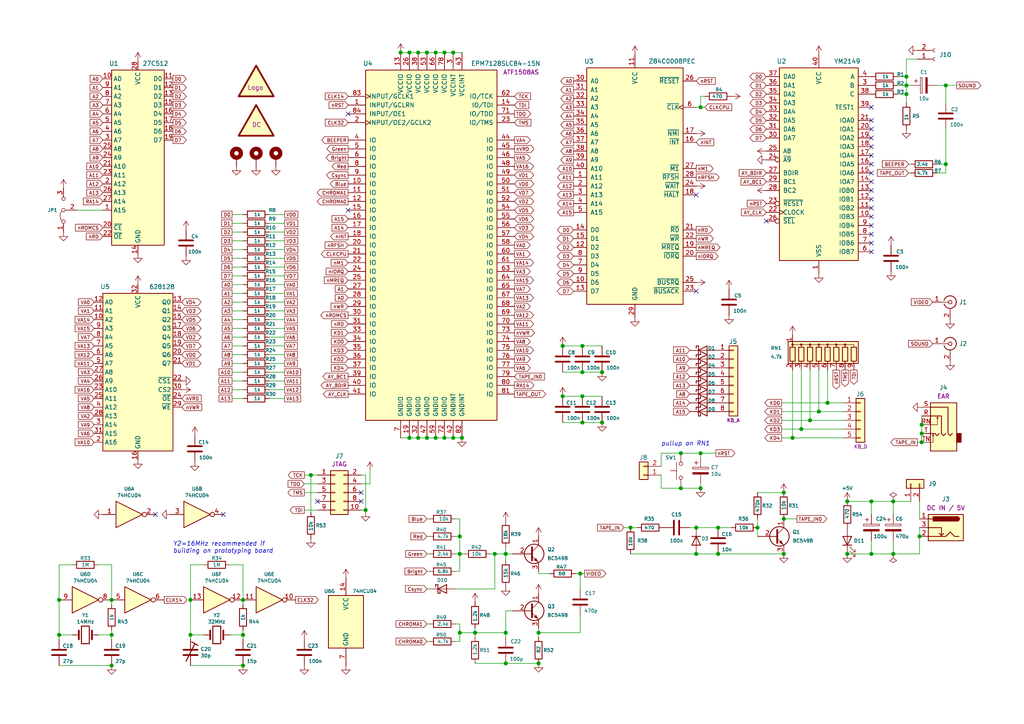
<source format=kicad_sch>
(kicad_sch (version 20211123) (generator eeschema)
  (paper "A4")
  (title_block (title "ZX-SIZIF-128") (date "2021-11-13") (rev "C") (company "Eugene Lozovoy") (comment 4 "Easy-to-build minimalistic ZX Spectrum 128K clone with Pentagon timings"))
  (junction (at 55.245 173.99) (diameter 1.016))
  (junction (at 131.445 15.24) (diameter 1.016))
  (junction (at 118.745 15.24) (diameter 1.016))
  (junction (at 262.89 24.765) (diameter 1.016))
  (junction (at 32.385 184.15) (diameter 1.016))
  (junction (at 208.28 160.655) (diameter 1.016))
  (junction (at 116.205 15.24) (diameter 1.016))
  (junction (at 70.485 193.04) (diameter 1.016))
  (junction (at 267.335 128.27) (diameter 1.016))
  (junction (at 168.275 166.37) (diameter 1.016))
  (junction (at 197.485 141.605) (diameter 1.016))
  (junction (at 168.91 114.935) (diameter 1.016))
  (junction (at 128.905 15.24) (diameter 1.016))
  (junction (at 146.685 160.655) (diameter 1.016))
  (junction (at 203.2 141.605) (diameter 1.016))
  (junction (at 227.33 142.875) (diameter 1.016))
  (junction (at 197.485 131.445) (diameter 1.016))
  (junction (at 262.89 22.225) (diameter 1.016))
  (junction (at 70.485 184.15) (diameter 1.016))
  (junction (at 168.91 122.555) (diameter 1.016))
  (junction (at 163.195 100.33) (diameter 1.016))
  (junction (at 163.195 114.935) (diameter 1.016))
  (junction (at 146.685 192.405) (diameter 1.016))
  (junction (at 174.625 107.95) (diameter 1.016))
  (junction (at 17.145 184.15) (diameter 1.016))
  (junction (at 133.35 160.655) (diameter 1.016))
  (junction (at 208.28 153.035) (diameter 1.016))
  (junction (at 182.88 153.035) (diameter 1.016))
  (junction (at 232.41 124.46) (diameter 1.016))
  (junction (at 252.73 145.415) (diameter 1.016))
  (junction (at 267.335 125.73) (diameter 1.016))
  (junction (at 126.365 15.24) (diameter 1.016))
  (junction (at 274.32 24.765) (diameter 1.016))
  (junction (at 245.745 145.415) (diameter 1.016))
  (junction (at 133.35 155.575) (diameter 1.016))
  (junction (at 168.91 100.33) (diameter 1.016))
  (junction (at 17.145 173.99) (diameter 1.016))
  (junction (at 121.285 15.24) (diameter 1.016))
  (junction (at 156.21 183.515) (diameter 1.016))
  (junction (at 234.95 121.92) (diameter 1.016))
  (junction (at 143.51 160.655) (diameter 1.016))
  (junction (at 70.485 173.99) (diameter 1.016))
  (junction (at 237.49 119.38) (diameter 1.016))
  (junction (at 229.87 127) (diameter 1.016))
  (junction (at 266.7 155.575) (diameter 1.016))
  (junction (at 203.2 131.445) (diameter 1.016))
  (junction (at 123.825 15.24) (diameter 1.016))
  (junction (at 133.985 127) (diameter 1.016))
  (junction (at 118.745 127) (diameter 1.016))
  (junction (at 90.17 137.795) (diameter 1.016))
  (junction (at 126.365 127) (diameter 1.016))
  (junction (at 131.445 127) (diameter 1.016))
  (junction (at 245.745 160.655) (diameter 1.016))
  (junction (at 55.245 184.15) (diameter 1.016))
  (junction (at 274.32 47.625) (diameter 1.016))
  (junction (at 174.625 122.555) (diameter 1.016))
  (junction (at 168.91 107.95) (diameter 1.016))
  (junction (at 259.08 145.415) (diameter 1.016))
  (junction (at 123.825 127) (diameter 1.016))
  (junction (at 259.08 160.655) (diameter 1.016))
  (junction (at 203.2 31.115) (diameter 1.016))
  (junction (at 146.685 183.515) (diameter 1.016))
  (junction (at 240.03 116.84) (diameter 1.016))
  (junction (at 106.045 147.955) (diameter 1.016))
  (junction (at 137.795 183.515) (diameter 1.016))
  (junction (at 201.93 153.035) (diameter 1.016))
  (junction (at 252.73 160.655) (diameter 1.016))
  (junction (at 219.71 153.035) (diameter 1.016))
  (junction (at 156.21 192.405) (diameter 1.016))
  (junction (at 32.385 173.99) (diameter 1.016))
  (junction (at 262.89 27.305) (diameter 1.016))
  (junction (at 121.285 127) (diameter 1.016))
  (junction (at 227.33 160.655) (diameter 1.016))
  (junction (at 133.35 183.515) (diameter 1.016))
  (junction (at 128.905 127) (diameter 1.016))
  (junction (at 201.93 160.655) (diameter 1.016))
  (junction (at 32.385 193.04) (diameter 1.016))
  (junction (at 267.335 123.19) (diameter 1.016))
  (junction (at 227.33 150.495) (diameter 1.016))
  (no_connect (at 252.73 42.545))
  (no_connect (at 92.075 145.415))
  (no_connect (at 252.73 45.085))
  (no_connect (at 252.73 34.925))
  (no_connect (at 201.93 56.515))
  (no_connect (at 252.73 47.625))
  (no_connect (at 222.25 64.135))
  (no_connect (at 201.93 84.455))
  (no_connect (at 252.73 65.405))
  (no_connect (at 104.775 142.875))
  (no_connect (at 252.73 70.485))
  (no_connect (at 252.73 55.245))
  (no_connect (at 252.73 40.005))
  (no_connect (at 252.73 67.945))
  (no_connect (at 252.73 60.325))
  (no_connect (at 252.73 52.705))
  (no_connect (at 252.73 50.165))
  (no_connect (at 104.775 145.415))
  (no_connect (at 64.77 149.225))
  (no_connect (at 252.73 37.465))
  (no_connect (at 45.085 149.225))
  (no_connect (at 252.73 73.025))
  (no_connect (at 252.73 31.115))
  (no_connect (at 100.965 60.96))
  (no_connect (at 252.73 57.785))
  (no_connect (at 252.73 62.865))
  (no_connect (at 100.965 33.02))
  (wire (pts (xy 191.77 141.605) (xy 197.485 141.605)))
  (wire (pts (xy 70.485 74.93) (xy 67.31 74.93)))
  (wire (pts (xy 55.245 184.15) (xy 55.245 173.99)))
  (wire (pts (xy 148.59 160.655) (xy 146.685 160.655)))
  (wire (pts (xy 203.2 27.94) (xy 204.47 27.94)))
  (wire (pts (xy 132.08 155.575) (xy 133.35 155.575)))
  (wire (pts (xy 70.485 105.41) (xy 67.31 105.41)))
  (wire (pts (xy 240.03 116.84) (xy 244.475 116.84)))
  (wire (pts (xy 274.32 47.625) (xy 271.78 47.625)))
  (wire (pts (xy 137.795 192.405) (xy 146.685 192.405)))
  (wire (pts (xy 146.685 192.405) (xy 156.21 192.405)))
  (wire (pts (xy 124.46 170.815) (xy 123.825 170.815)))
  (wire (pts (xy 163.195 100.33) (xy 168.91 100.33)))
  (wire (pts (xy 168.91 100.33) (xy 174.625 100.33)))
  (wire (pts (xy 88.265 142.875) (xy 92.075 142.875)))
  (wire (pts (xy 124.46 155.575) (xy 123.825 155.575)))
  (wire (pts (xy 126.365 15.24) (xy 128.905 15.24)))
  (wire (pts (xy 262.89 22.225) (xy 260.35 22.225)))
  (wire (pts (xy 78.105 64.77) (xy 82.55 64.77)))
  (wire (pts (xy 226.695 124.46) (xy 232.41 124.46)))
  (wire (pts (xy 88.265 147.955) (xy 92.075 147.955)))
  (wire (pts (xy 78.105 97.79) (xy 82.55 97.79)))
  (wire (pts (xy 237.49 119.38) (xy 244.475 119.38)))
  (wire (pts (xy 203.2 31.115) (xy 204.47 31.115)))
  (wire (pts (xy 182.88 160.655) (xy 201.93 160.655)))
  (wire (pts (xy 201.93 160.655) (xy 208.28 160.655)))
  (wire (pts (xy 208.28 160.655) (xy 227.33 160.655)))
  (wire (pts (xy 126.365 127) (xy 123.825 127)))
  (wire (pts (xy 78.105 90.17) (xy 82.55 90.17)))
  (wire (pts (xy 262.89 27.305) (xy 260.35 27.305)))
  (wire (pts (xy 226.695 127) (xy 229.87 127)))
  (wire (pts (xy 245.745 160.655) (xy 252.73 160.655)))
  (wire (pts (xy 32.385 184.15) (xy 32.385 182.88)))
  (wire (pts (xy 156.21 184.785) (xy 156.21 183.515)))
  (wire (pts (xy 70.485 85.09) (xy 67.31 85.09)))
  (wire (pts (xy 234.95 121.92) (xy 234.95 107.315)))
  (wire (pts (xy 104.775 147.955) (xy 106.045 147.955)))
  (wire (pts (xy 259.08 160.655) (xy 266.7 160.655)))
  (wire (pts (xy 219.71 150.495) (xy 219.71 153.035)))
  (wire (pts (xy 116.205 15.24) (xy 118.745 15.24)))
  (wire (pts (xy 78.105 105.41) (xy 82.55 105.41)))
  (wire (pts (xy 70.485 184.15) (xy 70.485 182.88)))
  (wire (pts (xy 104.775 137.795) (xy 106.045 137.795)))
  (wire (pts (xy 78.105 80.01) (xy 82.55 80.01)))
  (wire (pts (xy 123.825 186.055) (xy 124.46 186.055)))
  (wire (pts (xy 67.31 100.33) (xy 70.485 100.33)))
  (wire (pts (xy 78.105 77.47) (xy 82.55 77.47)))
  (wire (pts (xy 67.31 115.57) (xy 70.485 115.57)))
  (wire (pts (xy 123.825 160.655) (xy 124.46 160.655)))
  (wire (pts (xy 20.955 163.83) (xy 17.145 163.83)))
  (wire (pts (xy 168.275 166.37) (xy 169.545 166.37)))
  (wire (pts (xy 32.385 163.83) (xy 32.385 173.99)))
  (wire (pts (xy 264.16 145.415) (xy 259.08 145.415)))
  (wire (pts (xy 226.695 119.38) (xy 237.49 119.38)))
  (wire (pts (xy 156.21 183.515) (xy 156.21 182.245)))
  (wire (pts (xy 137.795 182.245) (xy 137.795 183.515)))
  (wire (pts (xy 66.675 184.15) (xy 70.485 184.15)))
  (wire (pts (xy 229.87 107.315) (xy 229.87 127)))
  (wire (pts (xy 67.31 64.77) (xy 70.485 64.77)))
  (wire (pts (xy 118.745 127) (xy 116.205 127)))
  (wire (pts (xy 133.35 150.495) (xy 133.35 155.575)))
  (wire (pts (xy 146.685 158.75) (xy 146.685 160.655)))
  (wire (pts (xy 59.055 184.15) (xy 55.245 184.15)))
  (wire (pts (xy 59.055 163.83) (xy 55.245 163.83)))
  (wire (pts (xy 146.685 160.655) (xy 146.685 162.56)))
  (wire (pts (xy 203.2 140.335) (xy 203.2 141.605)))
  (wire (pts (xy 260.35 24.765) (xy 262.89 24.765)))
  (wire (pts (xy 128.905 127) (xy 126.365 127)))
  (wire (pts (xy 207.645 131.445) (xy 203.2 131.445)))
  (wire (pts (xy 245.745 145.415) (xy 252.73 145.415)))
  (wire (pts (xy 252.73 160.655) (xy 259.08 160.655)))
  (wire (pts (xy 107.315 136.525) (xy 107.315 140.335)))
  (wire (pts (xy 148.59 177.165) (xy 146.685 177.165)))
  (wire (pts (xy 271.78 24.765) (xy 274.32 24.765)))
  (wire (pts (xy 137.795 183.515) (xy 133.35 183.515)))
  (wire (pts (xy 67.31 87.63) (xy 70.485 87.63)))
  (wire (pts (xy 123.825 15.24) (xy 126.365 15.24)))
  (wire (pts (xy 22.225 60.96) (xy 29.845 60.96)))
  (wire (pts (xy 226.695 121.92) (xy 234.95 121.92)))
  (wire (pts (xy 132.08 160.655) (xy 133.35 160.655)))
  (wire (pts (xy 70.485 80.01) (xy 67.31 80.01)))
  (wire (pts (xy 78.105 87.63) (xy 82.55 87.63)))
  (wire (pts (xy 70.485 175.26) (xy 70.485 173.99)))
  (wire (pts (xy 143.51 170.815) (xy 143.51 160.655)))
  (wire (pts (xy 78.105 102.87) (xy 82.55 102.87)))
  (wire (pts (xy 67.31 102.87) (xy 70.485 102.87)))
  (wire (pts (xy 106.045 137.795) (xy 106.045 147.955)))
  (wire (pts (xy 55.245 163.83) (xy 55.245 173.99)))
  (wire (pts (xy 201.93 31.115) (xy 203.2 31.115)))
  (wire (pts (xy 70.485 173.99) (xy 70.485 163.83)))
  (wire (pts (xy 252.73 145.415) (xy 259.08 145.415)))
  (wire (pts (xy 274.32 29.845) (xy 274.32 24.765)))
  (wire (pts (xy 156.21 183.515) (xy 168.275 183.515)))
  (wire (pts (xy 146.685 183.515) (xy 137.795 183.515)))
  (wire (pts (xy 146.685 184.785) (xy 146.685 183.515)))
  (wire (pts (xy 70.485 62.23) (xy 67.31 62.23)))
  (wire (pts (xy 123.825 127) (xy 121.285 127)))
  (wire (pts (xy 266.065 128.27) (xy 267.335 128.27)))
  (wire (pts (xy 106.045 147.955) (xy 106.045 148.59)))
  (wire (pts (xy 78.105 69.85) (xy 82.55 69.85)))
  (wire (pts (xy 67.31 67.31) (xy 70.485 67.31)))
  (wire (pts (xy 231.14 150.495) (xy 227.33 150.495)))
  (wire (pts (xy 262.89 29.845) (xy 262.89 27.305)))
  (wire (pts (xy 133.985 127) (xy 131.445 127)))
  (wire (pts (xy 156.21 166.37) (xy 156.21 165.735)))
  (wire (pts (xy 133.35 160.655) (xy 134.62 160.655)))
  (wire (pts (xy 232.41 124.46) (xy 244.475 124.46)))
  (wire (pts (xy 17.145 184.15) (xy 20.955 184.15)))
  (wire (pts (xy 67.31 82.55) (xy 70.485 82.55)))
  (wire (pts (xy 274.32 37.465) (xy 274.32 47.625)))
  (wire (pts (xy 128.905 15.24) (xy 131.445 15.24)))
  (wire (pts (xy 17.145 193.04) (xy 32.385 193.04)))
  (wire (pts (xy 271.78 50.165) (xy 274.32 50.165)))
  (wire (pts (xy 67.31 107.95) (xy 70.485 107.95)))
  (wire (pts (xy 156.21 166.37) (xy 159.385 166.37)))
  (wire (pts (xy 32.385 184.15) (xy 32.385 185.42)))
  (wire (pts (xy 259.08 149.225) (xy 259.08 145.415)))
  (wire (pts (xy 163.195 122.555) (xy 168.91 122.555)))
  (wire (pts (xy 168.91 122.555) (xy 174.625 122.555)))
  (wire (pts (xy 88.265 140.335) (xy 92.075 140.335)))
  (wire (pts (xy 131.445 127) (xy 128.905 127)))
  (wire (pts (xy 17.145 173.99) (xy 17.145 184.15)))
  (wire (pts (xy 55.245 193.04) (xy 70.485 193.04)))
  (wire (pts (xy 28.575 163.83) (xy 32.385 163.83)))
  (wire (pts (xy 78.105 110.49) (xy 82.55 110.49)))
  (wire (pts (xy 78.105 72.39) (xy 82.55 72.39)))
  (wire (pts (xy 137.795 183.515) (xy 137.795 184.785)))
  (wire (pts (xy 124.46 180.975) (xy 123.825 180.975)))
  (wire (pts (xy 70.485 90.17) (xy 67.31 90.17)))
  (wire (pts (xy 67.31 69.85) (xy 70.485 69.85)))
  (wire (pts (xy 234.95 121.92) (xy 244.475 121.92)))
  (wire (pts (xy 78.105 74.93) (xy 82.55 74.93)))
  (wire (pts (xy 229.87 127) (xy 244.475 127)))
  (wire (pts (xy 78.105 113.03) (xy 82.55 113.03)))
  (wire (pts (xy 203.2 141.605) (xy 197.485 141.605)))
  (wire (pts (xy 266.7 145.415) (xy 266.7 150.495)))
  (wire (pts (xy 240.03 107.315) (xy 240.03 116.84)))
  (wire (pts (xy 121.285 15.24) (xy 123.825 15.24)))
  (wire (pts (xy 121.285 127) (xy 118.745 127)))
  (wire (pts (xy 132.08 186.055) (xy 133.35 186.055)))
  (wire (pts (xy 259.08 156.845) (xy 259.08 160.655)))
  (wire (pts (xy 17.145 163.83) (xy 17.145 173.99)))
  (wire (pts (xy 262.89 27.305) (xy 262.89 24.765)))
  (wire (pts (xy 78.105 115.57) (xy 82.55 115.57)))
  (wire (pts (xy 263.525 47.625) (xy 264.16 47.625)))
  (wire (pts (xy 78.105 67.31) (xy 82.55 67.31)))
  (wire (pts (xy 252.73 149.225) (xy 252.73 145.415)))
  (wire (pts (xy 274.32 24.765) (xy 277.495 24.765)))
  (wire (pts (xy 67.31 72.39) (xy 70.485 72.39)))
  (wire (pts (xy 168.275 170.815) (xy 168.275 166.37)))
  (wire (pts (xy 142.24 160.655) (xy 143.51 160.655)))
  (wire (pts (xy 133.35 183.515) (xy 133.35 186.055)))
  (wire (pts (xy 78.105 100.33) (xy 82.55 100.33)))
  (wire (pts (xy 168.275 183.515) (xy 168.275 178.435)))
  (wire (pts (xy 219.71 142.875) (xy 227.33 142.875)))
  (wire (pts (xy 168.275 166.37) (xy 167.005 166.37)))
  (wire (pts (xy 267.335 123.19) (xy 267.335 125.73)))
  (wire (pts (xy 132.08 150.495) (xy 133.35 150.495)))
  (wire (pts (xy 70.485 110.49) (xy 67.31 110.49)))
  (wire (pts (xy 67.31 77.47) (xy 70.485 77.47)))
  (wire (pts (xy 219.71 153.035) (xy 219.71 155.575)))
  (wire (pts (xy 132.08 170.815) (xy 143.51 170.815)))
  (wire (pts (xy 17.145 184.15) (xy 17.145 185.42)))
  (wire (pts (xy 262.89 24.765) (xy 264.16 24.765)))
  (wire (pts (xy 197.485 131.445) (xy 203.2 131.445)))
  (wire (pts (xy 133.35 160.655) (xy 133.35 165.735)))
  (wire (pts (xy 203.2 31.115) (xy 203.2 27.94)))
  (wire (pts (xy 32.385 175.26) (xy 32.385 173.99)))
  (wire (pts (xy 131.445 15.24) (xy 133.985 15.24)))
  (wire (pts (xy 262.89 24.765) (xy 262.89 22.225)))
  (wire (pts (xy 67.31 97.79) (xy 70.485 97.79)))
  (wire (pts (xy 90.17 148.59) (xy 90.17 137.795)))
  (wire (pts (xy 70.485 163.83) (xy 66.675 163.83)))
  (wire (pts (xy 191.77 137.795) (xy 191.77 141.605)))
  (wire (pts (xy 163.195 114.935) (xy 168.91 114.935)))
  (wire (pts (xy 168.91 114.935) (xy 174.625 114.935)))
  (wire (pts (xy 70.485 184.15) (xy 70.485 185.42)))
  (wire (pts (xy 212.09 153.035) (xy 208.28 153.035)))
  (wire (pts (xy 252.73 156.845) (xy 252.73 160.655)))
  (wire (pts (xy 201.93 153.035) (xy 200.025 153.035)))
  (wire (pts (xy 274.32 50.165) (xy 274.32 47.625)))
  (wire (pts (xy 55.245 184.15) (xy 55.245 185.42)))
  (wire (pts (xy 133.35 155.575) (xy 133.35 160.655)))
  (wire (pts (xy 197.485 131.445) (xy 191.77 131.445)))
  (wire (pts (xy 67.31 92.71) (xy 70.485 92.71)))
  (wire (pts (xy 133.35 180.975) (xy 133.35 183.515)))
  (wire (pts (xy 266.7 155.575) (xy 266.7 160.655)))
  (wire (pts (xy 132.08 180.975) (xy 133.35 180.975)))
  (wire (pts (xy 146.685 177.165) (xy 146.685 183.515)))
  (wire (pts (xy 226.695 116.84) (xy 240.03 116.84)))
  (wire (pts (xy 143.51 160.655) (xy 146.685 160.655)))
  (wire (pts (xy 163.195 107.95) (xy 168.91 107.95)))
  (wire (pts (xy 168.91 107.95) (xy 174.625 107.95)))
  (wire (pts (xy 267.335 120.65) (xy 267.335 123.19)))
  (wire (pts (xy 118.745 15.24) (xy 121.285 15.24)))
  (wire (pts (xy 208.28 153.035) (xy 201.93 153.035)))
  (wire (pts (xy 191.77 131.445) (xy 191.77 135.255)))
  (wire (pts (xy 78.105 107.95) (xy 82.55 107.95)))
  (wire (pts (xy 78.105 85.09) (xy 82.55 85.09)))
  (wire (pts (xy 267.335 128.27) (xy 267.335 125.73)))
  (wire (pts (xy 90.17 137.795) (xy 92.075 137.795)))
  (wire (pts (xy 123.825 165.735) (xy 124.46 165.735)))
  (wire (pts (xy 78.105 82.55) (xy 82.55 82.55)))
  (wire (pts (xy 70.485 113.03) (xy 67.31 113.03)))
  (wire (pts (xy 266.7 153.035) (xy 266.7 155.575)))
  (wire (pts (xy 78.105 92.71) (xy 82.55 92.71)))
  (wire (pts (xy 28.575 184.15) (xy 32.385 184.15)))
  (wire (pts (xy 262.89 17.145) (xy 266.065 17.145)))
  (wire (pts (xy 262.89 22.225) (xy 262.89 17.145)))
  (wire (pts (xy 182.88 153.035) (xy 180.975 153.035)))
  (wire (pts (xy 88.265 137.795) (xy 90.17 137.795)))
  (wire (pts (xy 237.49 119.38) (xy 237.49 107.315)))
  (wire (pts (xy 203.2 131.445) (xy 203.2 132.715)))
  (wire (pts (xy 232.41 107.315) (xy 232.41 124.46)))
  (wire (pts (xy 70.485 95.25) (xy 67.31 95.25)))
  (wire (pts (xy 184.785 153.035) (xy 182.88 153.035)))
  (wire (pts (xy 78.105 62.23) (xy 82.55 62.23)))
  (wire (pts (xy 132.08 165.735) (xy 133.35 165.735)))
  (wire (pts (xy 123.825 150.495) (xy 124.46 150.495)))
  (wire (pts (xy 264.16 50.165) (xy 263.525 50.165)))
  (wire (pts (xy 107.315 140.335) (xy 104.775 140.335)))
  (wire (pts (xy 78.105 95.25) (xy 82.55 95.25)))
  (text "Y2=16MHz recommended if\nbuilding on prototyping board" (at 50.165 160.655 0) (effects (font (size 1.27 1.27) italic) (justify left bottom)))
  (text "pullup on RN1" (at 191.77 129.54 0) (effects (font (size 1.27 1.27) italic) (justify left bottom)))
  (global_label "A3" (shape output) (at 166.37 31.115 180) (effects (font (size 1 1))) (property "Intersheet References" "${INTERSHEET_REFS}" (effects hide)))
  (global_label "VA9" (shape input) (at 27.305 123.19 180) (effects (font (size 1 1))) (property "Intersheet References" "${INTERSHEET_REFS}" (effects hide)))
  (global_label "D6" (shape output) (at 50.165 38.1 0) (effects (font (size 1 1))) (property "Intersheet References" "${INTERSHEET_REFS}" (effects hide)))
  (global_label "TMS" (shape output) (at 245.11 107.315 270) (effects (font (size 1 1))) (property "Intersheet References" "${INTERSHEET_REFS}" (effects hide)))
  (global_label "VA8" (shape input) (at 27.305 118.11 180) (effects (font (size 1 1))) (property "Intersheet References" "${INTERSHEET_REFS}" (effects hide)))
  (global_label "D0" (shape bidirectional) (at 222.25 22.225 180) (effects (font (size 1 1))) (property "Intersheet References" "${INTERSHEET_REFS}" (effects hide)))
  (global_label "VD6" (shape passive) (at 82.55 77.47 0) (effects (font (size 1 1))) (property "Intersheet References" "${INTERSHEET_REFS}" (effects hide)))
  (global_label "VA7" (shape input) (at 27.305 97.79 180) (effects (font (size 1 1))) (property "Intersheet References" "${INTERSHEET_REFS}" (effects hide)))
  (global_label "VIDEO" (shape output) (at 169.545 166.37 0) (effects (font (size 1 1))) (property "Intersheet References" "${INTERSHEET_REFS}" (effects hide)))
  (global_label "Green" (shape output) (at 100.965 43.18 180) (effects (font (size 1 1))) (property "Intersheet References" "${INTERSHEET_REFS}" (effects hide)))
  (global_label "A5" (shape input) (at 29.845 35.56 180) (effects (font (size 1 1))) (property "Intersheet References" "${INTERSHEET_REFS}" (effects hide)))
  (global_label "VA12" (shape input) (at 27.305 102.87 180) (effects (font (size 1 1))) (property "Intersheet References" "${INTERSHEET_REFS}" (effects hide)))
  (global_label "A9" (shape input) (at 200.025 106.68 180) (effects (font (size 1 1))) (property "Intersheet References" "${INTERSHEET_REFS}" (effects hide)))
  (global_label "VA16" (shape input) (at 27.305 113.03 180) (effects (font (size 1 1))) (property "Intersheet References" "${INTERSHEET_REFS}" (effects hide)))
  (global_label "A5" (shape passive) (at 67.31 95.25 180) (effects (font (size 1 1))) (property "Intersheet References" "${INTERSHEET_REFS}" (effects hide)))
  (global_label "A0" (shape input) (at 29.845 22.86 180) (effects (font (size 1 1))) (property "Intersheet References" "${INTERSHEET_REFS}" (effects hide)))
  (global_label "CLKCPU" (shape input) (at 204.47 31.115 0) (effects (font (size 1 1))) (property "Intersheet References" "${INTERSHEET_REFS}" (effects hide)))
  (global_label "nMREQ" (shape input) (at 100.965 81.28 180) (effects (font (size 1 1))) (property "Intersheet References" "${INTERSHEET_REFS}" (effects hide)))
  (global_label "AY_CLK" (shape input) (at 222.25 61.595 180) (effects (font (size 1 1))) (property "Intersheet References" "${INTERSHEET_REFS}" (effects hide)))
  (global_label "TAPE_OUT" (shape output) (at 149.225 114.3 0) (effects (font (size 1 1))) (property "Intersheet References" "${INTERSHEET_REFS}" (effects hide)))
  (global_label "A10" (shape input) (at 200.025 104.14 180) (effects (font (size 1 1))) (property "Intersheet References" "${INTERSHEET_REFS}" (effects hide)))
  (global_label "VD5" (shape passive) (at 82.55 74.93 0) (effects (font (size 1 1))) (property "Intersheet References" "${INTERSHEET_REFS}" (effects hide)))
  (global_label "CHROMA0" (shape output) (at 100.965 58.42 180) (effects (font (size 1 1))) (property "Intersheet References" "${INTERSHEET_REFS}" (effects hide)))
  (global_label "TDO" (shape input) (at 88.265 140.335 180) (effects (font (size 1 1))) (property "Intersheet References" "${INTERSHEET_REFS}" (effects hide)))
  (global_label "RA14" (shape output) (at 149.225 111.76 0) (effects (font (size 1 1))) (property "Intersheet References" "${INTERSHEET_REFS}" (effects hide)))
  (global_label "A11" (shape input) (at 29.845 50.8 180) (effects (font (size 1 1))) (property "Intersheet References" "${INTERSHEET_REFS}" (effects hide)))
  (global_label "VA0" (shape input) (at 27.305 87.63 180) (effects (font (size 1 1))) (property "Intersheet References" "${INTERSHEET_REFS}" (effects hide)))
  (global_label "CHROMA0" (shape input) (at 123.825 186.055 180) (effects (font (size 1 1))) (property "Intersheet References" "${INTERSHEET_REFS}" (effects hide)))
  (global_label "nRD" (shape output) (at 201.93 66.675 0) (effects (font (size 1 1))) (property "Intersheet References" "${INTERSHEET_REFS}" (effects hide)))
  (global_label "D1" (shape passive) (at 67.31 64.77 180) (effects (font (size 1 1))) (property "Intersheet References" "${INTERSHEET_REFS}" (effects hide)))
  (global_label "A0" (shape passive) (at 67.31 82.55 180) (effects (font (size 1 1))) (property "Intersheet References" "${INTERSHEET_REFS}" (effects hide)))
  (global_label "nVRD" (shape input) (at 52.705 115.57 0) (effects (font (size 1 1))) (property "Intersheet References" "${INTERSHEET_REFS}" (effects hide)))
  (global_label "D0" (shape output) (at 50.165 22.86 0) (effects (font (size 1 1))) (property "Intersheet References" "${INTERSHEET_REFS}" (effects hide)))
  (global_label "nM1" (shape input) (at 100.965 76.2 180) (effects (font (size 1 1))) (property "Intersheet References" "${INTERSHEET_REFS}" (effects hide)))
  (global_label "VD3" (shape bidirectional) (at 52.705 90.17 0) (effects (font (size 1 1))) (property "Intersheet References" "${INTERSHEET_REFS}" (effects hide)))
  (global_label "VA10" (shape passive) (at 82.55 107.95 0) (effects (font (size 1 1))) (property "Intersheet References" "${INTERSHEET_REFS}" (effects hide)))
  (global_label "Blue" (shape input) (at 123.825 150.495 180) (effects (font (size 1 1))) (property "Intersheet References" "${INTERSHEET_REFS}" (effects hide)))
  (global_label "A12" (shape input) (at 29.845 53.34 180) (effects (font (size 1 1))) (property "Intersheet References" "${INTERSHEET_REFS}" (effects hide)))
  (global_label "Bright" (shape output) (at 100.965 45.72 180) (effects (font (size 1 1))) (property "Intersheet References" "${INTERSHEET_REFS}" (effects hide)))
  (global_label "VA9" (shape output) (at 149.225 104.14 0) (effects (font (size 1 1))) (property "Intersheet References" "${INTERSHEET_REFS}" (effects hide)))
  (global_label "VA11" (shape output) (at 149.225 93.98 0) (effects (font (size 1 1))) (property "Intersheet References" "${INTERSHEET_REFS}" (effects hide)))
  (global_label "TMS" (shape input) (at 149.225 35.56 0) (effects (font (size 1 1))) (property "Intersheet References" "${INTERSHEET_REFS}" (effects hide)))
  (global_label "A8" (shape passive) (at 67.31 102.87 180) (effects (font (size 1 1))) (property "Intersheet References" "${INTERSHEET_REFS}" (effects hide)))
  (global_label "VD2" (shape bidirectional) (at 52.705 97.79 0) (effects (font (size 1 1))) (property "Intersheet References" "${INTERSHEET_REFS}" (effects hide)))
  (global_label "TCK" (shape output) (at 88.265 137.795 180) (effects (font (size 1 1))) (property "Intersheet References" "${INTERSHEET_REFS}" (effects hide)))
  (global_label "nRST" (shape output) (at 242.57 107.315 270) (effects (font (size 1 1))) (property "Intersheet References" "${INTERSHEET_REFS}" (effects hide)))
  (global_label "VA14" (shape input) (at 27.305 92.71 180) (effects (font (size 1 1))) (property "Intersheet References" "${INTERSHEET_REFS}" (effects hide)))
  (global_label "A0" (shape input) (at 100.965 86.36 180) (effects (font (size 1 1))) (property "Intersheet References" "${INTERSHEET_REFS}" (effects hide)))
  (global_label "nIORQ" (shape input) (at 100.965 78.74 180) (effects (font (size 1 1))) (property "Intersheet References" "${INTERSHEET_REFS}" (effects hide)))
  (global_label "A5" (shape output) (at 166.37 36.195 180) (effects (font (size 1 1))) (property "Intersheet References" "${INTERSHEET_REFS}" (effects hide)))
  (global_label "A2" (shape output) (at 166.37 28.575 180) (effects (font (size 1 1))) (property "Intersheet References" "${INTERSHEET_REFS}" (effects hide)))
  (global_label "AY_CLK" (shape output) (at 100.965 114.3 180) (effects (font (size 1 1))) (property "Intersheet References" "${INTERSHEET_REFS}" (effects hide)))
  (global_label "AY_BDIR" (shape output) (at 100.965 111.76 180) (effects (font (size 1 1))) (property "Intersheet References" "${INTERSHEET_REFS}" (effects hide)))
  (global_label "VA1" (shape input) (at 27.305 90.17 180) (effects (font (size 1 1))) (property "Intersheet References" "${INTERSHEET_REFS}" (effects hide)))
  (global_label "D3" (shape bidirectional) (at 166.37 74.295 180) (effects (font (size 1 1))) (property "Intersheet References" "${INTERSHEET_REFS}" (effects hide)))
  (global_label "TAPE_OUT" (shape input) (at 263.525 50.165 180) (effects (font (size 1 1))) (property "Intersheet References" "${INTERSHEET_REFS}" (effects hide)))
  (global_label "VA13" (shape output) (at 149.225 86.36 0) (effects (font (size 1 1))) (property "Intersheet References" "${INTERSHEET_REFS}" (effects hide)))
  (global_label "D7" (shape bidirectional) (at 222.25 40.005 180) (effects (font (size 1 1))) (property "Intersheet References" "${INTERSHEET_REFS}" (effects hide)))
  (global_label "A13" (shape input) (at 29.845 55.88 180) (effects (font (size 1 1))) (property "Intersheet References" "${INTERSHEET_REFS}" (effects hide)))
  (global_label "CLK32" (shape output) (at 85.725 173.99 0) (effects (font (size 1 1))) (property "Intersheet References" "${INTERSHEET_REFS}" (effects hide)))
  (global_label "VD7" (shape bidirectional) (at 52.705 100.33 0) (effects (font (size 1 1))) (property "Intersheet References" "${INTERSHEET_REFS}" (effects hide)))
  (global_label "VA7" (shape passive) (at 82.55 100.33 0) (effects (font (size 1 1))) (property "Intersheet References" "${INTERSHEET_REFS}" (effects hide)))
  (global_label "A14" (shape output) (at 166.37 59.055 180) (effects (font (size 1 1))) (property "Intersheet References" "${INTERSHEET_REFS}" (effects hide)))
  (global_label "VA11" (shape passive) (at 82.55 110.49 0) (effects (font (size 1 1))) (property "Intersheet References" "${INTERSHEET_REFS}" (effects hide)))
  (global_label "VA12" (shape passive) (at 82.55 113.03 0) (effects (font (size 1 1))) (property "Intersheet References" "${INTERSHEET_REFS}" (effects hide)))
  (global_label "nROMCS" (shape output) (at 100.965 91.44 180) (effects (font (size 1 1))) (property "Intersheet References" "${INTERSHEET_REFS}" (effects hide)))
  (global_label "A10" (shape input) (at 29.845 48.26 180) (effects (font (size 1 1))) (property "Intersheet References" "${INTERSHEET_REFS}" (effects hide)))
  (global_label "A12" (shape passive) (at 67.31 113.03 180) (effects (font (size 1 1))) (property "Intersheet References" "${INTERSHEET_REFS}" (effects hide)))
  (global_label "D2" (shape bidirectional) (at 222.25 27.305 180) (effects (font (size 1 1))) (property "Intersheet References" "${INTERSHEET_REFS}" (effects hide)))
  (global_label "A6" (shape input) (at 29.845 38.1 180) (effects (font (size 1 1))) (property "Intersheet References" "${INTERSHEET_REFS}" (effects hide)))
  (global_label "VA8" (shape passive) (at 82.55 102.87 0) (effects (font (size 1 1))) (property "Intersheet References" "${INTERSHEET_REFS}" (effects hide)))
  (global_label "KD3" (shape input) (at 100.965 101.6 180) (effects (font (size 1 1))) (property "Intersheet References" "${INTERSHEET_REFS}" (effects hide)))
  (global_label "VA0" (shape passive) (at 82.55 82.55 0) (effects (font (size 1 1))) (property "Intersheet References" "${INTERSHEET_REFS}" (effects hide)))
  (global_label "AY_BC1" (shape output) (at 100.965 109.22 180) (effects (font (size 1 1))) (property "Intersheet References" "${INTERSHEET_REFS}" (effects hide)))
  (global_label "nVWR" (shape input) (at 52.705 118.11 0) (effects (font (size 1 1))) (property "Intersheet References" "${INTERSHEET_REFS}" (effects hide)))
  (global_label "Red" (shape input) (at 123.825 155.575 180) (effects (font (size 1 1))) (property "Intersheet References" "${INTERSHEET_REFS}" (effects hide)))
  (global_label "VD6" (shape bidirectional) (at 149.225 63.5 0) (effects (font (size 1 1))) (property "Intersheet References" "${INTERSHEET_REFS}" (effects hide)))
  (global_label "VD1" (shape bidirectional) (at 149.225 50.8 0) (effects (font (size 1 1))) (property "Intersheet References" "${INTERSHEET_REFS}" (effects hide)))
  (global_label "A8" (shape input) (at 29.845 43.18 180) (effects (font (size 1 1))) (property "Intersheet References" "${INTERSHEET_REFS}" (effects hide)))
  (global_label "VA3" (shape input) (at 27.305 107.95 180) (effects (font (size 1 1))) (property "Intersheet References" "${INTERSHEET_REFS}" (effects hide)))
  (global_label "A9" (shape input) (at 29.845 45.72 180) (effects (font (size 1 1))) (property "Intersheet References" "${INTERSHEET_REFS}" (effects hide)))
  (global_label "VD0" (shape passive) (at 82.55 62.23 0) (effects (font (size 1 1))) (property "Intersheet References" "${INTERSHEET_REFS}" (effects hide)))
  (global_label "TDI" (shape input) (at 149.225 30.48 0) (effects (font (size 1 1))) (property "Intersheet References" "${INTERSHEET_REFS}" (effects hide)))
  (global_label "A9" (shape output) (at 166.37 46.355 180) (effects (font (size 1 1))) (property "Intersheet References" "${INTERSHEET_REFS}" (effects hide)))
  (global_label "VA10" (shape input) (at 27.305 128.27 180) (effects (font (size 1 1))) (property "Intersheet References" "${INTERSHEET_REFS}" (effects hide)))
  (global_label "D2" (shape bidirectional) (at 166.37 71.755 180) (effects (font (size 1 1))) (property "Intersheet References" "${INTERSHEET_REFS}" (effects hide)))
  (global_label "VA9" (shape passive) (at 82.55 105.41 0) (effects (font (size 1 1))) (property "Intersheet References" "${INTERSHEET_REFS}" (effects hide)))
  (global_label "A11" (shape input) (at 200.025 101.6 180) (effects (font (size 1 1))) (property "Intersheet References" "${INTERSHEET_REFS}" (effects hide)))
  (global_label "TMS" (shape output) (at 88.265 142.875 180) (effects (font (size 1 1))) (property "Intersheet References" "${INTERSHEET_REFS}" (effects hide)))
  (global_label "D6" (shape passive) (at 67.31 77.47 180) (effects (font (size 1 1))) (property "Intersheet References" "${INTERSHEET_REFS}" (effects hide)))
  (global_label "D1" (shape output) (at 50.165 25.4 0) (effects (font (size 1 1))) (property "Intersheet References" "${INTERSHEET_REFS}" (effects hide)))
  (global_label "VA2" (shape passive) (at 82.55 87.63 0) (effects (font (size 1 1))) (property "Intersheet References" "${INTERSHEET_REFS}" (effects hide)))
  (global_label "VD4" (shape passive) (at 82.55 72.39 0) (effects (font (size 1 1))) (property "Intersheet References" "${INTERSHEET_REFS}" (effects hide)))
  (global_label "TDI" (shape output) (at 247.65 107.315 270) (effects (font (size 1 1))) (property "Intersheet References" "${INTERSHEET_REFS}" (effects hide)))
  (global_label "D0" (shape bidirectional) (at 166.37 66.675 180) (effects (font (size 1 1))) (property "Intersheet References" "${INTERSHEET_REFS}" (effects hide)))
  (global_label "VA4" (shape output) (at 149.225 40.64 0) (effects (font (size 1 1))) (property "Intersheet References" "${INTERSHEET_REFS}" (effects hide)))
  (global_label "A1" (shape output) (at 166.37 26.035 180) (effects (font (size 1 1))) (property "Intersheet References" "${INTERSHEET_REFS}" (effects hide)))
  (global_label "D6" (shape bidirectional) (at 166.37 81.915 180) (effects (font (size 1 1))) (property "Intersheet References" "${INTERSHEET_REFS}" (effects hide)))
  (global_label "TDO" (shape output) (at 149.225 33.02 0) (effects (font (size 1 1))) (property "Intersheet References" "${INTERSHEET_REFS}" (effects hide)))
  (global_label "A1" (shape input) (at 100.965 83.82 180) (effects (font (size 1 1))) (property "Intersheet References" "${INTERSHEET_REFS}" (effects hide)))
  (global_label "A7" (shape output) (at 166.37 41.275 180) (effects (font (size 1 1))) (property "Intersheet References" "${INTERSHEET_REFS}" (effects hide)))
  (global_label "nVWR" (shape output) (at 149.225 96.52 0) (effects (font (size 1 1))) (property "Intersheet References" "${INTERSHEET_REFS}" (effects hide)))
  (global_label "nINT" (shape output) (at 100.965 68.58 180) (effects (font (size 1 1))) (property "Intersheet References" "${INTERSHEET_REFS}" (effects hide)))
  (global_label "A3" (shape passive) (at 67.31 90.17 180) (effects (font (size 1 1))) (property "Intersheet References" "${INTERSHEET_REFS}" (effects hide)))
  (global_label "nMREQ" (shape output) (at 201.93 71.755 0) (effects (font (size 1 1))) (property "Intersheet References" "${INTERSHEET_REFS}" (effects hide)))
  (global_label "D3" (shape passive) (at 67.31 69.85 180) (effects (font (size 1 1))) (property "Intersheet References" "${INTERSHEET_REFS}" (effects hide)))
  (global_label "VA3" (shape output) (at 149.225 78.74 0) (effects (font (size 1 1))) (property "Intersheet References" "${INTERSHEET_REFS}" (effects hide)))
  (global_label "nRFSH" (shape output) (at 201.93 51.435 0) (effects (font (size 1 1))) (property "Intersheet References" "${INTERSHEET_REFS}" (effects hide)))
  (global_label "CLK14" (shape input) (at 100.965 27.94 180) (effects (font (size 1 1))) (property "Intersheet References" "${INTERSHEET_REFS}" (effects hide)))
  (global_label "A8" (shape input) (at 200.025 114.3 180) (effects (font (size 1 1))) (property "Intersheet References" "${INTERSHEET_REFS}" (effects hide)))
  (global_label "VD6" (shape bidirectional) (at 52.705 95.25 0) (effects (font (size 1 1))) (property "Intersheet References" "${INTERSHEET_REFS}" (effects hide)))
  (global_label "D0" (shape passive) (at 67.31 62.23 180) (effects (font (size 1 1))) (property "Intersheet References" "${INTERSHEET_REFS}" (effects hide)))
  (global_label "TAPE_IN0" (shape output) (at 231.14 150.495 0) (effects (font (size 1 1))) (property "Intersheet References" "${INTERSHEET_REFS}" (effects hide)))
  (global_label "nRST" (shape input) (at 100.965 30.48 180) (effects (font (size 1 1))) (property "Intersheet References" "${INTERSHEET_REFS}" (effects hide)))
  (global_label "CLKCPU" (shape output) (at 100.965 73.66 180) (effects (font (size 1 1))) (property "Intersheet References" "${INTERSHEET_REFS}" (effects hide)))
  (global_label "VA6" (shape passive) (at 82.55 97.79 0) (effects (font (size 1 1))) (property "Intersheet References" "${INTERSHEET_REFS}" (effects hide)))
  (global_label "nRST" (shape input) (at 201.93 23.495 0) (effects (font (size 1 1))) (property "Intersheet References" "${INTERSHEET_REFS}" (effects hide)))
  (global_label "VD3" (shape passive) (at 82.55 69.85 0) (effects (font (size 1 1))) (property "Intersheet References" "${INTERSHEET_REFS}" (effects hide)))
  (global_label "KD3" (shape output) (at 226.695 124.46 180) (effects (font (size 1 1))) (property "Intersheet References" "${INTERSHEET_REFS}" (effects hide)))
  (global_label "D5" (shape bidirectional) (at 222.25 34.925 180) (effects (font (size 1 1))) (property "Intersheet References" "${INTERSHEET_REFS}" (effects hide)))
  (global_label "VIDEO" (shape input) (at 270.51 87.63 180) (effects (font (size 1 1))) (property "Intersheet References" "${INTERSHEET_REFS}" (effects hide)))
  (global_label "Blue" (shape output) (at 100.965 53.34 180) (effects (font (size 1 1))) (property "Intersheet References" "${INTERSHEET_REFS}" (effects hide)))
  (global_label "BEEPER" (shape output) (at 100.965 40.64 180) (effects (font (size 1 1))) (property "Intersheet References" "${INTERSHEET_REFS}" (effects hide)))
  (global_label "A6" (shape output) (at 166.37 38.735 180) (effects (font (size 1 1))) (property "Intersheet References" "${INTERSHEET_REFS}" (effects hide)))
  (global_label "TAPE_IN" (shape input) (at 180.975 153.035 180) (effects (font (size 1 1))) (property "Intersheet References" "${INTERSHEET_REFS}" (effects hide)))
  (global_label "nWR" (shape output) (at 201.93 69.215 0) (effects (font (size 1 1))) (property "Intersheet References" "${INTERSHEET_REFS}" (effects hide)))
  (global_label "VD3" (shape bidirectional) (at 149.225 66.04 0) (effects (font (size 1 1))) (property "Intersheet References" "${INTERSHEET_REFS}" (effects hide)))
  (global_label "KD4" (shape output) (at 226.695 127 180) (effects (font (size 1 1))) (property "Intersheet References" "${INTERSHEET_REFS}" (effects hide)))
  (global_label "A2" (shape input) (at 29.845 27.94 180) (effects (font (size 1 1))) (property "Intersheet References" "${INTERSHEET_REFS}" (effects hide)))
  (global_label "D5" (shape bidirectional) (at 166.37 79.375 180) (effects (font (size 1 1))) (property "Intersheet References" "${INTERSHEET_REFS}" (effects hide)))
  (global_label "KD1" (shape output) (at 226.695 119.38 180) (effects (font (size 1 1))) (property "Intersheet References" "${INTERSHEET_REFS}" (effects hide)))
  (global_label "Bright" (shape input) (at 123.825 165.735 180) (effects (font (size 1 1))) (property "Intersheet References" "${INTERSHEET_REFS}" (effects hide)))
  (global_label "D7" (shape bidirectional) (at 166.37 84.455 180) (effects (font (size 1 1))) (property "Intersheet References" "${INTERSHEET_REFS}" (effects hide)))
  (global_label "VD5" (shape bidirectional) (at 149.225 60.96 0) (effects (font (size 1 1))) (property "Intersheet References" "${INTERSHEET_REFS}" (effects hide)))
  (global_label "A14" (shape input) (at 200.025 116.84 180) (effects (font (size 1 1))) (property "Intersheet References" "${INTERSHEET_REFS}" (effects hide)))
  (global_label "D4" (shape bidirectional) (at 222.25 32.385 180) (effects (font (size 1 1))) (property "Intersheet References" "${INTERSHEET_REFS}" (effects hide)))
  (global_label "VA4" (shape input) (at 27.305 110.49 180) (effects (font (size 1 1))) (property "Intersheet References" "${INTERSHEET_REFS}" (effects hide)))
  (global_label "nWR" (shape input) (at 100.965 88.9 180) (effects (font (size 1 1))) (property "Intersheet References" "${INTERSHEET_REFS}" (effects hide)))
  (global_label "nINT" (shape input) (at 201.93 41.275 0) (effects (font (size 1 1))) (property "Intersheet References" "${INTERSHEET_REFS}" (effects hide)))
  (global_label "KD1" (shape input) (at 100.965 96.52 180) (effects (font (size 1 1))) (property "Intersheet References" "${INTERSHEET_REFS}" (effects hide)))
  (global_label "VD1" (shape passive) (at 82.55 64.77 0) (effects (font (size 1 1))) (property "Intersheet References" "${INTERSHEET_REFS}" (effects hide)))
  (global_label "A10" (shape passive) (at 67.31 107.95 180) (effects (font (size 1 1))) (property "Intersheet References" "${INTERSHEET_REFS}" (effects hide)))
  (global_label "RA14" (shape input) (at 29.845 58.42 180) (effects (font (size 1 1))) (property "Intersheet References" "${INTERSHEET_REFS}" (effects hide)))
  (global_label "A2" (shape passive) (at 67.31 87.63 180) (effects (font (size 1 1))) (property "Intersheet References" "${INTERSHEET_REFS}" (effects hide)))
  (global_label "VA10" (shape output) (at 149.225 101.6 0) (effects (font (size 1 1))) (property "Intersheet References" "${INTERSHEET_REFS}" (effects hide)))
  (global_label "A7" (shape passive) (at 67.31 100.33 180) (effects (font (size 1 1))) (property "Intersheet References" "${INTERSHEET_REFS}" (effects hide)))
  (global_label "VD2" (shape passive) (at 82.55 67.31 0) (effects (font (size 1 1))) (property "Intersheet References" "${INTERSHEET_REFS}" (effects hide)))
  (global_label "D1" (shape bidirectional) (at 222.25 24.765 180) (effects (font (size 1 1))) (property "Intersheet References" "${INTERSHEET_REFS}" (effects hide)))
  (global_label "VA16" (shape output) (at 149.225 48.26 0) (effects (font (size 1 1))) (property "Intersheet References" "${INTERSHEET_REFS}" (effects hide)))
  (global_label "VD0" (shape bidirectional) (at 149.225 53.34 0) (effects (font (size 1 1))) (property "Intersheet References" "${INTERSHEET_REFS}" (effects hide)))
  (global_label "CHROMA1" (shape output) (at 100.965 55.88 180) (effects (font (size 1 1))) (property "Intersheet References" "${INTERSHEET_REFS}" (effects hide)))
  (global_label "A4" (shape output) (at 166.37 33.655 180) (effects (font (size 1 1))) (property "Intersheet References" "${INTERSHEET_REFS}" (effects hide)))
  (global_label "VA4" (shape passive) (at 82.55 92.71 0) (effects (font (size 1 1))) (property "Intersheet References" "${INTERSHEET_REFS}" (effects hide)))
  (global_label "KD4" (shape input) (at 100.965 106.68 180) (effects (font (size 1 1))) (property "Intersheet References" "${INTERSHEET_REFS}" (effects hide)))
  (global_label "nM1" (shape output) (at 201.93 48.895 0) (effects (font (size 1 1))) (property "Intersheet References" "${INTERSHEET_REFS}" (effects hide)))
  (global_label "VA8" (shape output) (at 149.225 99.06 0) (effects (font (size 1 1))) (property "Intersheet References" "${INTERSHEET_REFS}" (effects hide)))
  (global_label "A10" (shape output) (at 166.37 48.895 180) (effects (font (size 1 1))) (property "Intersheet References" "${INTERSHEET_REFS}" (effects hide)))
  (global_label "A14" (shape input) (at 100.965 66.04 180) (effects (font (size 1 1))) (property "Intersheet References" "${INTERSHEET_REFS}" (effects hide)))
  (global_label "AY_BC1" (shape input) (at 222.25 52.705 180) (effects (font (size 1 1))) (property "Intersheet References" "${INTERSHEET_REFS}" (effects hide)))
  (global_label "SOUND" (shape output) (at 277.495 24.765 0) (effects (font (size 1 1))) (property "Intersheet References" "${INTERSHEET_REFS}" (effects hide)))
  (global_label "VA6" (shape input) (at 27.305 125.73 180) (effects (font (size 1 1))) (property "Intersheet References" "${INTERSHEET_REFS}" (effects hide)))
  (global_label "VA12" (shape output) (at 149.225 91.44 0) (effects (font (size 1 1))) (property "Intersheet References" "${INTERSHEET_REFS}" (effects hide)))
  (global_label "SOUND" (shape input) (at 270.51 99.695 180) (effects (font (size 1 1))) (property "Intersheet References" "${INTERSHEET_REFS}" (effects hide)))
  (global_label "D5" (shape passive) (at 67.31 74.93 180) (effects (font (size 1 1))) (property "Intersheet References" "${INTERSHEET_REFS}" (effects hide)))
  (global_label "TDI" (shape output) (at 88.265 147.955 180) (effects (font (size 1 1))) (property "Intersheet References" "${INTERSHEET_REFS}" (effects hide)))
  (global_label "D4" (shape passive) (at 67.31 72.39 180) (effects (font (size 1 1))) (property "Intersheet References" "${INTERSHEET_REFS}" (effects hide)))
  (global_label "CLK32" (shape input) (at 100.965 35.56 180) (effects (font (size 1 1))) (property "Intersheet References" "${INTERSHEET_REFS}" (effects hide)))
  (global_label "VD7" (shape passive) (at 82.55 80.01 0) (effects (font (size 1 1))) (property "Intersheet References" "${INTERSHEET_REFS}" (effects hide)))
  (global_label "VD7" (shape bidirectional) (at 149.225 55.88 0) (effects (font (size 1 1))) (property "Intersheet References" "${INTERSHEET_REFS}" (effects hide)))
  (global_label "D2" (shape passive) (at 67.31 67.31 180) (effects (font (size 1 1))) (property "Intersheet References" "${INTERSHEET_REFS}" (effects hide)))
  (global_label "Csync" (shape input) (at 123.825 170.815 180) (effects (font (size 1 1))) (property "Intersheet References" "${INTERSHEET_REFS}" (effects hide)))
  (global_label "D5" (shape output) (at 50.165 35.56 0) (effects (font (size 1 1))) (property "Intersheet References" "${INTERSHEET_REFS}" (effects hide)))
  (global_label "nVRD" (shape output) (at 149.225 43.18 0) (effects (font (size 1 1))) (property "Intersheet References" "${INTERSHEET_REFS}" (effects hide)))
  (global_label "AY_BDIR" (shape input) (at 222.25 50.165 180) (effects (font (size 1 1))) (property "Intersheet References" "${INTERSHEET_REFS}" (effects hide)))
  (global_label "D3" (shape output) (at 50.165 30.48 0) (effects (font (size 1 1))) (property "Intersheet References" "${INTERSHEET_REFS}" (effects hide)))
  (global_label "A9" (shape passive) (at 67.31 105.41 180) (effects (font (size 1 1))) (property "Intersheet References" "${INTERSHEET_REFS}" (effects hide)))
  (global_label "KD0" (shape output) (at 226.695 116.84 180) (effects (font (size 1 1))) (property "Intersheet References" "${INTERSHEET_REFS}" (effects hide)))
  (global_label "A13" (shape output) (at 166.37 56.515 180) (effects (font (size 1 1))) (property "Intersheet References" "${INTERSHEET_REFS}" (effects hide)))
  (global_label "A15" (shape input) (at 100.965 63.5 180) (effects (font (size 1 1))) (property "Intersheet References" "${INTERSHEET_REFS}" (effects hide)))
  (global_label "VA11" (shape input) (at 27.305 105.41 180) (effects (font (size 1 1))) (property "Intersheet References" "${INTERSHEET_REFS}" (effects hide)))
  (global_label "A8" (shape output) (at 166.37 43.815 180) (effects (font (size 1 1))) (property "Intersheet References" "${INTERSHEET_REFS}" (effects hide)))
  (global_label "TCK" (shape input) (at 149.225 27.94 0) (effects (font (size 1 1))) (property "Intersheet References" "${INTERSHEET_REFS}" (effects hide)))
  (global_label "Green" (shape input) (at 123.825 160.655 180) (effects (font (size 1 1))) (property "Intersheet References" "${INTERSHEET_REFS}" (effects hide)))
  (global_label "VA2" (shape input) (at 27.305 120.65 180) (effects (font (size 1 1))) (property "Intersheet References" "${INTERSHEET_REFS}" (effects hide)))
  (global_label "VA0" (shape output) (at 149.225 71.12 0) (effects (font (size 1 1))) (property "Intersheet References" "${INTERSHEET_REFS}" (effects hide)))
  (global_label "Csync" (shape output) (at 100.965 50.8 180) (effects (font (size 1 1))) (property "Intersheet References" "${INTERSHEET_REFS}" (effects hide)))
  (global_label "A1" (shape input) (at 29.845 25.4 180) (effects (font (size 1 1))) (property "Intersheet References" "${INTERSHEET_REFS}" (effects hide)))
  (global_label "nRD" (shape input) (at 100.965 93.98 180) (effects (font (size 1 1))) (property "Intersheet References" "${INTERSHEET_REFS}" (effects hide)))
  (global_label "A15" (shape output) (at 166.37 61.595 180) (effects (font (size 1 1))) (property "Intersheet References" "${INTERSHEET_REFS}" (effects hide)))
  (global_label "VA15" (shape output) (at 149.225 81.28 0) (effects (font (size 1 1))) (property "Intersheet References" "${INTERSHEET_REFS}" (effects hide)))
  (global_label "VA15" (shape input) (at 27.305 95.25 180) (effects (font (size 1 1))) (property "Intersheet References" "${INTERSHEET_REFS}" (effects hide)))
  (global_label "VA5" (shape passive) (at 82.55 95.25 0) (effects (font (size 1 1))) (property "Intersheet References" "${INTERSHEET_REFS}" (effects hide)))
  (global_label "VA14" (shape output) (at 149.225 76.2 0) (effects (font (size 1 1))) (property "Intersheet References" "${INTERSHEET_REFS}" (effects hide)))
  (global_label "D6" (shape bidirectional) (at 222.25 37.465 180) (effects (font (size 1 1))) (property "Intersheet References" "${INTERSHEET_REFS}" (effects hide)))
  (global_label "VA1" (shape output) (at 149.225 73.66 0) (effects (font (size 1 1))) (property "Intersheet References" "${INTERSHEET_REFS}" (effects hide)))
  (global_label "KD0" (shape input) (at 100.965 99.06 180) (effects (font (size 1 1))) (property "Intersheet References" "${INTERSHEET_REFS}" (effects hide)))
  (global_label "VA1" (shape passive) (at 82.55 85.09 0) (effects (font (size 1 1))) (property "Intersheet References" "${INTERSHEET_REFS}" (effects hide)))
  (global_label "A4" (shape passive) (at 67.31 92.71 180) (effects (font (size 1 1))) (property "Intersheet References" "${INTERSHEET_REFS}" (effects hide)))
  (global_label "D2" (shape output) (at 50.165 27.94 0) (effects (font (size 1 1))) (property "Intersheet References" "${INTERSHEET_REFS}" (effects hide)))
  (global_label "TAPE_IN0" (shape input) (at 149.225 109.22 0) (effects (font (size 1 1))) (property "Intersheet References" "${INTERSHEET_REFS}" (effects hide)))
  (global_label "VD0" (shape bidirectional) (at 52.705 102.87 0) (effects (font (size 1 1))) (property "Intersheet References" "${INTERSHEET_REFS}" (effects hide)))
  (global_label "VA13" (shape passive) (at 82.55 115.57 0) (effects (font (size 1 1))) (property "Intersheet References" "${INTERSHEET_REFS}" (effects hide)))
  (global_label "nRFSH" (shape input) (at 100.965 71.12 180) (effects (font (size 1 1))) (property "Intersheet References" "${INTERSHEET_REFS}" (effects hide)))
  (global_label "VA7" (shape output) (at 149.225 83.82 0) (effects (font (size 1 1))) (property "Intersheet References" "${INTERSHEET_REFS}" (effects hide)))
  (global_label "VA5" (shape output) (at 149.225 45.72 0) (effects (font (size 1 1))) (property "Intersheet References" "${INTERSHEET_REFS}" (effects hide)))
  (global_label "TAPE_IN" (shape output) (at 266.065 128.27 180) (effects (font (size 1 1))) (property "Intersheet References" "${INTERSHEET_REFS}" (effects hide)))
  (global_label "VD1" (shape bidirectional) (at 52.705 105.41 0) (effects (font (size 1 1))) (property "Intersheet References" "${INTERSHEET_REFS}" (effects hide)))
  (global_label "BEEPER" (shape input) (at 263.525 47.625 180) (effects (font (size 1 1))) (property "Intersheet References" "${INTERSHEET_REFS}" (effects hide)))
  (global_label "D1" (shape bidirectional) (at 166.37 69.215 180) (effects (font (size 1 1))) (property "Intersheet References" "${INTERSHEET_REFS}" (effects hide)))
  (global_label "VA3" (shape passive) (at 82.55 90.17 0) (effects (font (size 1 1))) (property "Intersheet References" "${INTERSHEET_REFS}" (effects hide)))
  (global_label "nIORQ" (shape output) (at 201.93 74.295 0) (effects (font (size 1 1))) (property "Intersheet References" "${INTERSHEET_REFS}" (effects hide)))
  (global_label "D4" (shape bidirectional) (at 166.37 76.835 180) (effects (font (size 1 1))) (property "Intersheet References" "${INTERSHEET_REFS}" (effects hide)))
  (global_label "nRD" (shape input) (at 29.845 68.58 180) (effects (font (size 1 1))) (property "Intersheet References" "${INTERSHEET_REFS}" (effects hide)))
  (global_label "CLK14" (shape output) (at 47.625 173.99 0) (effects (font (size 1 1))) (property "Intersheet References" "${INTERSHEET_REFS}" (effects hide)))
  (global_label "A0" (shape output) (at 166.37 23.495 180) (effects (font (size 1 1))) (property "Intersheet References" "${INTERSHEET_REFS}" (effects hide)))
  (global_label "A13" (shape passive) (at 67.31 115.57 180) (effects (font (size 1 1))) (property "Intersheet References" "${INTERSHEET_REFS}" (effects hide)))
  (global_label "VD4" (shape bidirectional) (at 149.225 68.58 0) (effects (font (size 1 1))) (property "Intersheet References" "${INTERSHEET_REFS}" (effects hide)))
  (global_label "A11" (shape passive) (at 67.31 110.49 180) (effects (font (size 1 1))) (property "Intersheet References" "${INTERSHEET_REFS}" (effects hide)))
  (global_label "A15" (shape input) (at 200.025 119.38 180) (effects (font (size 1 1))) (property "Intersheet References" "${INTERSHEET_REFS}" (effects hide)))
  (global_label "nRST" (shape output) (at 207.645 131.445 0) (effects (font (size 1 1))) (property "Intersheet References" "${INTERSHEET_REFS}" (effects hide)))
  (global_label "VA5" (shape input) (at 27.305 115.57 180) (effects (font (size 1 1))) (property "Intersheet References" "${INTERSHEET_REFS}" (effects hide)))
  (global_label "VD4" (shape bidirectional) (at 52.705 87.63 0) (effects (font (size 1 1))) (property "Intersheet References" "${INTERSHEET_REFS}" (effects hide)))
  (global_label "KD2" (shape output) (at 226.695 121.92 180) (effects (font (size 1 1))) (property "Intersheet References" "${INTERSHEET_REFS}" (effects hide)))
  (global_label "Red" (shape output) (at 100.965 48.26 180) (effects (font (size 1 1))) (property "Intersheet References" "${INTERSHEET_REFS}" (effects hide)))
  (global_label "D4" (shape output) (at 50.165 33.02 0) (effects (font (size 1 1))) (property "Intersheet References" "${INTERSHEET_REFS}" (effects hide)))
  (global_label "VD5" (shape bidirectional) (at 52.705 92.71 0) (effects (font (size 1 1))) (property "Intersheet References" "${INTERSHEET_REFS}" (effects hide)))
  (global_label "D3" (shape bidirectional) (at 222.25 29.845 180) (effects (font (size 1 1))) (property "Intersheet References" "${INTERSHEET_REFS}" (effects hide)))
  (global_label "A1" (shape passive) (at 67.31 85.09 180) (effects (font (size 1 1))) (property "Intersheet References" "${INTERSHEET_REFS}" (effects hide)))
  (global_label "D7" (shape passive) (at 67.31 80.01 180) (effects (font (size 1 1))) (property "Intersheet References" "${INTERSHEET_REFS}" (effects hide)))
  (global_label "A4" (shape input) (at 29.845 33.02 180) (effects (font (size 1 1))) (property "Intersheet References" "${INTERSHEET_REFS}" (effects hide)))
  (global_label "A6" (shape passive) (at 67.31 97.79 180) (effects (font (size 1 1))) (property "Intersheet References" "${INTERSHEET_REFS}" (effects hide)))
  (global_label "nROMCS" (shape input) (at 29.845 66.04 180) (effects (font (size 1 1))) (property "Intersheet References" "${INTERSHEET_REFS}" (effects hide)))
  (global_label "D7" (shape output) (at 50.165 40.64 0) (effects (font (size 1 1))) (property "Intersheet References" "${INTERSHEET_REFS}" (effects hide)))
  (global_label "A3" (shape input) (at 29.845 30.48 180) (effects (font (size 1 1))) (property "Intersheet References" "${INTERSHEET_REFS}" (effects hide)))
  (global_label "VA13" (shape input) (at 27.305 100.33 180) (effects (font (size 1 1))) (property "Intersheet References" "${INTERSHEET_REFS}" (effects hide)))
  (global_label "nRST" (shape input) (at 222.25 59.055 180) (effects (font (size 1 1))) (property "Intersheet References" "${INTERSHEET_REFS}" (effects hide)))
  (global_label "VD2" (shape bidirectional) (at 149.225 58.42 0) (effects (font (size 1 1))) (property "Intersheet References" "${INTERSHEET_REFS}" (effects hide)))
  (global_label "A13" (shape input) (at 200.025 111.76 180) (effects (font (size 1 1))) (property "Intersheet References" "${INTERSHEET_REFS}" (effects hide)))
  (global_label "VA6" (shape output) (at 149.225 106.68 0) (effects (font (size 1 1))) (property "Intersheet References" "${INTERSHEET_REFS}" (effects hide)))
  (global_label "A7" (shape input) (at 29.845 40.64 180) (effects (font (size 1 1))) (property "Intersheet References" "${INTERSHEET_REFS}" (effects hide)))
  (global_label "CHROMA1" (shape input) (at 123.825 180.975 180) (effects (font (size 1 1))) (property "Intersheet References" "${INTERSHEET_REFS}" (effects hide)))
  (global_label "KD2" (shape input) (at 100.965 104.14 180) (effects (font (size 1 1))) (property "Intersheet References" "${INTERSHEET_REFS}" (effects hide)))
  (global_label "A12" (shape output) (at 166.37 53.975 180) (effects (font (size 1 1))) (property "Intersheet References" "${INTERSHEET_REFS}" (effects hide)))
  (global_label "A12" (shape input) (at 200.025 109.22 180) (effects (font (size 1 1))) (property "Intersheet References" "${INTERSHEET_REFS}" (effects hide)))
  (global_label "A11" (shape output) (at 166.37 51.435 180) (effects (font (size 1 1))) (property "Intersheet References" "${INTERSHEET_REFS}" (effects hide)))
  (global_label "VA2" (shape output) (at 149.225 88.9 0) (effects (font (size 1 1))) (property "Intersheet References" "${INTERSHEET_REFS}" (effects hide)))
  (symbol (lib_id "power:+5V") (at 184.15 15.875 0) (mirror y) (unit 1)
    (property "Reference" "#PWR03" (effects hide))
    (property "Value" "+5V" (effects hide))
  )
  (symbol (lib_id "power:GND") (at 184.15 92.075 0) (mirror y) (unit 1)
    (property "Reference" "#PWR022" (effects hide))
    (property "Value" "GND" (effects hide))
  )
  (symbol (lib_id "power:GND") (at 40.005 73.66 0) (unit 1)
    (property "Reference" "#PWR016" (effects hide))
    (property "Value" "GND" (effects hide))
  )
  (symbol (lib_id "power:+5V") (at 40.005 17.78 0) (unit 1)
    (property "Reference" "#PWR04" (effects hide))
    (property "Value" "+5V" (effects hide))
  )
  (symbol (lib_id "CPU:Z80CPU") (at 184.15 53.975 0) (mirror y) (unit 1)
    (property "Reference" "U3" (at 170.815 17.78 0))
    (property "Value" "Z84C0008PEC" (at 194.945 17.78 0))
    (property "Footprint" "Package_DIP:DIP-40_W15.24mm_Socket" (effects hide))
    (property "Datasheet" "www.zilog.com/manage_directlink.php?filepath=docs/z80/um0080" (effects hide))
  )
  (symbol (lib_id "power:+5V") (at 40.005 82.55 0) (unit 1)
    (property "Reference" "#PWR020" (effects hide))
    (property "Value" "+5V" (effects hide))
  )
  (symbol (lib_id "power:GND") (at 40.005 133.35 0) (unit 1)
    (property "Reference" "#PWR047" (effects hide))
    (property "Value" "GND" (effects hide))
  )
  (symbol (lib_id "Device:Crystal") (at 24.765 184.15 0) (unit 1)
    (property "Reference" "Y1" (at 24.765 178.435 0) (effects (font (size 1 1))))
    (property "Value" "14MHz" (at 24.765 180.34 0) (effects (font (size 1 1))))
    (property "Footprint" "Crystal:Crystal_HC49-U_Vertical" (effects hide))
  )
  (symbol (lib_id "Device:C") (at 32.385 189.23 0) (mirror x) (unit 1)
    (property "Reference" "C19" (at 34.925 187.325 0) (effects (font (size 1 1))))
    (property "Value" "27p" (at 34.925 191.77 0) (effects (font (size 1 1))))
    (property "Footprint" "Capacitor_THT:C_Disc_D3.8mm_W2.6mm_P2.50mm" (effects hide))
  )
  (symbol (lib_id "Device:R") (at 70.485 179.07 180) (unit 1)
    (property "Reference" "R44" (at 73.66 180.34 0) (effects (font (size 1 1))))
    (property "Value" "1k" (at 70.485 179.07 90) (effects (font (size 1 1))))
    (property "Footprint" "Resistor_THT:R_Axial_DIN0204_L3.6mm_D1.6mm_P7.62mm_Horizontal" (effects hide))
  )
  (symbol (lib_id "my:YM2149") (at 237.49 51.435 0) (unit 1)
    (property "Reference" "U2" (at 226.695 17.78 0) (effects (font (size 1.2954 1.2954))))
    (property "Value" "YM2149" (at 245.745 17.78 0) (effects (font (size 1.2954 1.2954))))
    (property "Footprint" "Package_DIP:DIP-40_W15.24mm_Socket" (effects hide))
  )
  (symbol (lib_id "power:+5V") (at 237.49 15.875 0) (unit 1)
    (property "Reference" "#PWR02" (effects hide))
    (property "Value" "+5V" (effects hide))
  )
  (symbol (lib_id "power:GND") (at 237.49 79.375 0) (unit 1)
    (property "Reference" "#PWR018" (effects hide))
    (property "Value" "GND" (effects hide))
  )
  (symbol (lib_id "power:+5V") (at 222.25 43.815 90) (unit 1)
    (property "Reference" "#PWR08" (effects hide))
    (property "Value" "+5V" (effects hide))
  )
  (symbol (lib_id "Device:R") (at 256.54 24.765 90) (unit 1)
    (property "Reference" "R2" (at 262.255 24.13 90) (effects (font (size 1 1)) (justify left)))
    (property "Value" "1k" (at 257.81 24.765 90) (effects (font (size 1 1)) (justify left)))
    (property "Footprint" "Resistor_THT:R_Axial_DIN0204_L3.6mm_D1.6mm_P7.62mm_Horizontal" (effects hide))
  )
  (symbol (lib_id "Device:R") (at 256.54 22.225 90) (unit 1)
    (property "Reference" "R1" (at 262.255 21.59 90) (effects (font (size 1 1)) (justify left)))
    (property "Value" "1k" (at 257.81 22.225 90) (effects (font (size 1 1)) (justify left)))
    (property "Footprint" "Resistor_THT:R_Axial_DIN0204_L3.6mm_D1.6mm_P7.62mm_Horizontal" (effects hide))
  )
  (symbol (lib_id "Device:R") (at 256.54 27.305 90) (unit 1)
    (property "Reference" "R3" (at 262.255 26.67 90) (effects (font (size 1 1)) (justify left)))
    (property "Value" "1k" (at 257.81 27.305 90) (effects (font (size 1 1)) (justify left)))
    (property "Footprint" "Resistor_THT:R_Axial_DIN0204_L3.6mm_D1.6mm_P7.62mm_Horizontal" (effects hide))
  )
  (symbol (lib_id "power:GND") (at 222.25 46.355 270) (unit 1)
    (property "Reference" "#PWR09" (effects hide))
    (property "Value" "GND" (effects hide))
  )
  (symbol (lib_id "Connector:Barrel_Jack_Switch") (at 274.32 153.035 0) (mirror y) (unit 1)
    (property "Reference" "J3" (at 274.32 144.78 0))
    (property "Value" "DS-210" (effects hide))
    (property "Footprint" "Connector_BarrelJack:BarrelJack_Horizontal" (effects hide))
    (property "Desc" "DC IN / 5V" (at 274.32 147.32 0))
  )
  (symbol (lib_id "power:+5V") (at 245.745 145.415 0) (mirror y) (unit 1)
    (property "Reference" "#PWR027" (effects hide))
    (property "Value" "+5V" (at 245.745 141.605 0) (effects (font (size 1 1))))
  )
  (symbol (lib_id "Device:C_Polarized") (at 259.08 153.035 0) (unit 1)
    (property "Reference" "C6" (at 259.715 150.495 0) (effects (font (size 1 1)) (justify left)))
    (property "Value" "470u" (at 259.715 155.575 0) (effects (font (size 1 1)) (justify left)))
    (property "Footprint" "Capacitor_THT:CP_Radial_D10.0mm_P3.80mm" (effects hide))
  )
  (symbol (lib_id "my:EPM7128SLC84") (at 125.095 71.12 0) (unit 1)
    (property "Reference" "U4" (at 106.68 18.415 0))
    (property "Value" "EPM7128SLC84-15N" (at 146.685 18.415 0))
    (property "Footprint" "Package_LCC:PLCC-84_THT-Socket" (effects hide))
    (property "Datasheet" "Unavailable" (effects hide))
    (property "Alternative" "ATF1508AS" (at 151.13 20.955 0))
  )
  (symbol (lib_id "power:+5V") (at 116.205 15.24 0) (unit 1)
    (property "Reference" "#PWR01" (effects hide))
    (property "Value" "+5V" (effects hide))
  )
  (symbol (lib_id "power:GND") (at 133.985 127 0) (unit 1)
    (property "Reference" "#PWR045" (effects hide))
    (property "Value" "GND" (effects hide))
  )
  (symbol (lib_id "74xx:74HC04") (at 37.465 149.225 0) (unit 1)
    (property "Reference" "U6" (at 37.465 141.7828 0) (effects (font (size 1 1))))
    (property "Value" "74HCU04" (at 37.465 143.6878 0) (effects (font (size 1 1))))
    (property "Footprint" "Package_DIP:DIP-14_W7.62mm_Socket" (effects hide))
    (property "Datasheet" "https://assets.nexperia.com/documents/data-sheet/74HC_HCT04.pdf" (effects hide))
  )
  (symbol (lib_id "74xx:74HC04") (at 62.865 173.99 0) (unit 6)
    (property "Reference" "U6" (at 62.865 166.5478 0) (effects (font (size 1 1))))
    (property "Value" "74HCU04" (at 62.865 168.4528 0) (effects (font (size 1 1))))
    (property "Footprint" "Package_DIP:DIP-14_W7.62mm_Socket" (effects hide))
    (property "Datasheet" "https://assets.nexperia.com/documents/data-sheet/74HC_HCT04.pdf" (effects hide))
  )
  (symbol (lib_id "power:GND") (at 203.2 141.605 0) (unit 1)
    (property "Reference" "#PWR037" (effects hide))
    (property "Value" "GND" (effects hide))
  )
  (symbol (lib_id "Device:R") (at 62.865 163.83 90) (unit 1)
    (property "Reference" "R34" (at 62.865 161.925 90) (effects (font (size 1 1))))
    (property "Value" "1M" (at 62.865 163.83 90) (effects (font (size 1 1))))
    (property "Footprint" "Resistor_THT:R_Axial_DIN0204_L3.6mm_D1.6mm_P7.62mm_Horizontal" (effects hide))
  )
  (symbol (lib_id "Device:C_Polarized") (at 267.97 24.765 90) (mirror x) (unit 1)
    (property "Reference" "C1" (at 267.97 20.955 90) (effects (font (size 1 1))))
    (property "Value" "10u" (at 267.97 28.575 90) (effects (font (size 1 1))))
    (property "Footprint" "Capacitor_THT:CP_Radial_D5.0mm_P2.00mm" (effects hide))
  )
  (symbol (lib_id "74xx:74HC04") (at 57.15 149.225 0) (unit 2)
    (property "Reference" "U6" (at 57.15 141.7828 0) (effects (font (size 1 1))))
    (property "Value" "74HCU04" (at 57.15 143.6878 0) (effects (font (size 1 1))))
    (property "Footprint" "Package_DIP:DIP-14_W7.62mm_Socket" (effects hide))
    (property "Datasheet" "https://assets.nexperia.com/documents/data-sheet/74HC_HCT04.pdf" (effects hide))
  )
  (symbol (lib_id "Connector:AudioJack3_SwitchTR") (at 272.415 120.65 0) (mirror y) (unit 1)
    (property "Reference" "J4" (at 272.415 112.395 0) (effects (justify right)))
    (property "Value" "PJ307" (effects hide))
    (property "Footprint" "my:SWITCHCRAFT_35RAPC4BHN2" (effects hide))
    (property "Desc" "EAR" (at 271.78 114.935 0) (effects (justify right)))
  )
  (symbol (lib_id "power:GND") (at 245.745 160.655 0) (unit 1)
    (property "Reference" "#PWR029" (effects hide))
    (property "Value" "GND" (effects hide))
  )
  (symbol (lib_id "Device:C") (at 17.145 189.23 180) (unit 1)
    (property "Reference" "C18" (at 19.685 187.325 0) (effects (font (size 1 1))))
    (property "Value" "27p" (at 19.685 191.77 0) (effects (font (size 1 1))))
    (property "Footprint" "Capacitor_THT:C_Disc_D3.8mm_W2.6mm_P2.50mm" (effects hide))
  )
  (symbol (lib_id "Device:R") (at 32.385 179.07 0) (mirror x) (unit 1)
    (property "Reference" "R43" (at 35.56 180.34 0) (effects (font (size 1 1))))
    (property "Value" "1k" (at 32.385 179.07 90) (effects (font (size 1 1))))
    (property "Footprint" "Resistor_THT:R_Axial_DIN0204_L3.6mm_D1.6mm_P7.62mm_Horizontal" (effects hide))
  )
  (symbol (lib_id "Device:R") (at 24.765 163.83 90) (unit 1)
    (property "Reference" "R33" (at 24.765 161.925 90) (effects (font (size 1 1))))
    (property "Value" "1M" (at 24.765 163.83 90) (effects (font (size 1 1))))
    (property "Footprint" "Resistor_THT:R_Axial_DIN0204_L3.6mm_D1.6mm_P7.62mm_Horizontal" (effects hide))
  )
  (symbol (lib_id "Device:C") (at 70.485 189.23 0) (mirror x) (unit 1)
    (property "Reference" "C21" (at 73.025 187.325 0) (effects (font (size 1 1))))
    (property "Value" "15p" (at 73.025 191.77 0) (effects (font (size 1 1))))
    (property "Footprint" "Capacitor_THT:C_Disc_D3.8mm_W2.6mm_P2.50mm" (effects hide))
  )
  (symbol (lib_id "74xx:74LS04") (at 40.005 173.99 0) (unit 3)
    (property "Reference" "U6" (at 40.005 166.5478 0) (effects (font (size 1 1))))
    (property "Value" "74HCU04" (at 40.005 168.4528 0) (effects (font (size 1 1))))
    (property "Footprint" "Package_DIP:DIP-14_W7.62mm_Socket" (effects hide))
    (property "Datasheet" "https://assets.nexperia.com/documents/data-sheet/74HC_HCT04.pdf" (effects hide))
  )
  (symbol (lib_id "74xx:74LS04") (at 24.765 173.99 0) (unit 4)
    (property "Reference" "U6" (at 24.765 166.5478 0) (effects (font (size 1 1))))
    (property "Value" "74HCU04" (at 24.765 168.4528 0) (effects (font (size 1 1))))
    (property "Footprint" "Package_DIP:DIP-14_W7.62mm_Socket" (effects hide))
    (property "Datasheet" "https://assets.nexperia.com/documents/data-sheet/74HC_HCT04.pdf" (effects hide))
  )
  (symbol (lib_id "74xx:74HC04") (at 78.105 173.99 0) (unit 5)
    (property "Reference" "U6" (at 78.105 166.5478 0) (effects (font (size 1 1))))
    (property "Value" "74HCU04" (at 78.105 168.4528 0) (effects (font (size 1 1))))
    (property "Footprint" "Package_DIP:DIP-14_W7.62mm_Socket" (effects hide))
    (property "Datasheet" "https://assets.nexperia.com/documents/data-sheet/74HC_HCT04.pdf" (effects hide))
  )
  (symbol (lib_id "Connector_Generic:Conn_02x05_Odd_Even") (at 97.155 142.875 0) (unit 1)
    (property "Reference" "J7" (at 98.425 132.2832 0))
    (property "Value" "Conn_02x05" (effects hide))
    (property "Footprint" "Connector_PinHeader_2.54mm:PinHeader_2x05_P2.54mm_Vertical" (effects hide))
    (property "Desc" "JTAG" (at 98.425 134.62 0))
  )
  (symbol (lib_id "power:GND") (at 106.045 148.59 0) (unit 1)
    (property "Reference" "#PWR064" (effects hide))
    (property "Value" "GND" (effects hide))
  )
  (symbol (lib_id "Device:R") (at 208.28 27.94 90) (unit 1)
    (property "Reference" "R4" (at 209.55 26.035 90) (effects (font (size 1 1)) (justify left)))
    (property "Value" "470" (at 209.55 27.94 90) (effects (font (size 1 1)) (justify left)))
    (property "Footprint" "Resistor_THT:R_Axial_DIN0204_L3.6mm_D1.6mm_P7.62mm_Horizontal" (effects hide))
  )
  (symbol (lib_id "Device:R") (at 262.89 33.655 180) (unit 1)
    (property "Reference" "R5" (at 266.7 33.655 0) (effects (font (size 1 1)) (justify left)))
    (property "Value" "1k" (at 262.89 33.02 90) (effects (font (size 1 1)) (justify left)))
    (property "Footprint" "Resistor_THT:R_Axial_DIN0204_L3.6mm_D1.6mm_P7.62mm_Horizontal" (effects hide))
  )
  (symbol (lib_id "power:+5V") (at 212.09 27.94 270) (mirror x) (unit 1)
    (property "Reference" "#PWR05" (effects hide))
    (property "Value" "+5V" (effects hide))
  )
  (symbol (lib_id "power:GND") (at 262.89 37.465 0) (unit 1)
    (property "Reference" "#PWR06" (effects hide))
    (property "Value" "GND" (effects hide))
  )
  (symbol (lib_id "Device:R") (at 90.17 152.4 180) (unit 1)
    (property "Reference" "R53" (at 94.615 152.4 0) (effects (font (size 1 1)) (justify left)))
    (property "Value" "10k" (at 90.17 151.13 90) (effects (font (size 1 1)) (justify left)))
    (property "Footprint" "Resistor_THT:R_Axial_DIN0204_L3.6mm_D1.6mm_P7.62mm_Horizontal" (effects hide))
  )
  (symbol (lib_id "power:GND") (at 90.17 156.21 0) (unit 1)
    (property "Reference" "#PWR070" (effects hide))
    (property "Value" "GND" (effects hide))
  )
  (symbol (lib_id "Device:C_Polarized") (at 203.2 136.525 0) (unit 1)
    (property "Reference" "C7" (at 206.1972 135.5598 0) (effects (font (size 1 1)) (justify left)))
    (property "Value" "10u" (at 206.1972 137.4648 0) (effects (font (size 1 1)) (justify left)))
    (property "Footprint" "Capacitor_THT:CP_Radial_D5.0mm_P2.00mm" (effects hide))
  )
  (symbol (lib_id "power:+5V") (at 201.93 81.915 270) (unit 1)
    (property "Reference" "#PWR019" (effects hide))
    (property "Value" "+5V" (effects hide))
  )
  (symbol (lib_id "power:+5V") (at 201.93 53.975 270) (unit 1)
    (property "Reference" "#PWR011" (effects hide))
    (property "Value" "+5V" (effects hide))
  )
  (symbol (lib_id "power:PWR_FLAG") (at 259.08 160.655 0) (mirror x) (unit 1)
    (property "Reference" "#FLG02" (effects hide))
    (property "Value" "PWR_FLAG" (effects hide))
  )
  (symbol (lib_id "power:+5V") (at 222.25 55.245 90) (unit 1)
    (property "Reference" "#PWR012" (effects hide))
    (property "Value" "+5V" (effects hide))
  )
  (symbol (lib_id "power:+5V") (at 229.87 97.155 0) (unit 1)
    (property "Reference" "#PWR049" (effects hide))
    (property "Value" "+5V" (effects hide))
  )
  (symbol (lib_id "power:GND") (at 267.335 118.11 270) (unit 1)
    (property "Reference" "#PWR038" (effects hide))
    (property "Value" "GND" (effects hide))
  )
  (symbol (lib_id "Device:C") (at 163.195 104.14 180) (unit 1)
    (property "Reference" "C8" (at 165.735 102.235 0) (effects (font (size 1 1))))
    (property "Value" "100n" (at 166.37 106.68 0) (effects (font (size 1 1))))
    (property "Footprint" "Capacitor_THT:C_Disc_D7.0mm_W2.5mm_P5.00mm" (effects hide))
  )
  (symbol (lib_id "power:+5V") (at 163.195 100.33 0) (unit 1)
    (property "Reference" "#PWR031" (effects hide))
    (property "Value" "+5V" (effects hide))
  )
  (symbol (lib_id "Device:C") (at 168.91 104.14 180) (unit 1)
    (property "Reference" "C9" (at 171.45 102.235 0) (effects (font (size 1 1))))
    (property "Value" "100n" (at 172.085 106.68 0) (effects (font (size 1 1))))
    (property "Footprint" "Capacitor_THT:C_Disc_D7.0mm_W2.5mm_P5.00mm" (effects hide))
  )
  (symbol (lib_id "Device:C") (at 174.625 104.14 180) (unit 1)
    (property "Reference" "C10" (at 177.165 102.235 0) (effects (font (size 1 1))))
    (property "Value" "100n" (at 177.8 106.68 0) (effects (font (size 1 1))))
    (property "Footprint" "Capacitor_THT:C_Disc_D7.0mm_W2.5mm_P5.00mm" (effects hide))
  )
  (symbol (lib_id "power:GND") (at 174.625 107.95 0) (unit 1)
    (property "Reference" "#PWR041" (effects hide))
    (property "Value" "GND" (effects hide))
  )
  (symbol (lib_id "Device:C") (at 163.195 118.745 180) (unit 1)
    (property "Reference" "C11" (at 165.735 116.84 0) (effects (font (size 1 1))))
    (property "Value" "100n" (at 166.37 121.285 0) (effects (font (size 1 1))))
    (property "Footprint" "Capacitor_THT:C_Disc_D7.0mm_W2.5mm_P5.00mm" (effects hide))
  )
  (symbol (lib_id "power:+5V") (at 163.195 114.935 0) (unit 1)
    (property "Reference" "#PWR034" (effects hide))
    (property "Value" "+5V" (effects hide))
  )
  (symbol (lib_id "Device:C") (at 168.91 118.745 180) (unit 1)
    (property "Reference" "C12" (at 171.45 116.84 0) (effects (font (size 1 1))))
    (property "Value" "100n" (at 172.085 121.285 0) (effects (font (size 1 1))))
    (property "Footprint" "Capacitor_THT:C_Disc_D7.0mm_W2.5mm_P5.00mm" (effects hide))
  )
  (symbol (lib_id "Device:C") (at 174.625 118.745 180) (unit 1)
    (property "Reference" "C13" (at 177.165 116.84 0) (effects (font (size 1 1))))
    (property "Value" "100n" (at 177.8 121.285 0) (effects (font (size 1 1))))
    (property "Footprint" "Capacitor_THT:C_Disc_D7.0mm_W2.5mm_P5.00mm" (effects hide))
  )
  (symbol (lib_id "power:GND") (at 174.625 122.555 0) (unit 1)
    (property "Reference" "#PWR044" (effects hide))
    (property "Value" "GND" (effects hide))
  )
  (symbol (lib_id "Device:Crystal") (at 62.865 184.15 0) (unit 1)
    (property "Reference" "Y2" (at 62.865 178.435 0) (effects (font (size 1 1))))
    (property "Value" "32MHz" (at 62.865 180.34 0) (effects (font (size 1 1))))
    (property "Footprint" "Crystal:Crystal_HC49-U_Vertical" (effects hide))
  )
  (symbol (lib_id "Device:D_Schottky") (at 203.835 101.6 0) (unit 1)
    (property "Reference" "D1" (at 206.375 100.965 0) (effects (font (size 1 1))))
    (property "Value" "BAT85" (effects hide))
    (property "Footprint" "Diode_THT:D_DO-35_SOD27_P7.62mm_Horizontal" (effects hide))
  )
  (symbol (lib_id "Device:D_Schottky") (at 203.835 104.14 0) (unit 1)
    (property "Reference" "D2" (at 206.375 103.505 0) (effects (font (size 1 1))))
    (property "Value" "BAT85" (effects hide))
    (property "Footprint" "Diode_THT:D_DO-35_SOD27_P7.62mm_Horizontal" (effects hide))
  )
  (symbol (lib_id "Device:D_Schottky") (at 203.835 106.68 0) (unit 1)
    (property "Reference" "D4" (at 206.375 106.045 0) (effects (font (size 1 1))))
    (property "Value" "BAT85" (effects hide))
    (property "Footprint" "Diode_THT:D_DO-35_SOD27_P7.62mm_Horizontal" (effects hide))
  )
  (symbol (lib_id "Device:D_Schottky") (at 203.835 109.22 0) (unit 1)
    (property "Reference" "D5" (at 206.375 108.585 0) (effects (font (size 1 1))))
    (property "Value" "BAT85" (effects hide))
    (property "Footprint" "Diode_THT:D_DO-35_SOD27_P7.62mm_Horizontal" (effects hide))
  )
  (symbol (lib_id "Device:D_Schottky") (at 203.835 111.76 0) (unit 1)
    (property "Reference" "D6" (at 206.375 111.125 0) (effects (font (size 1 1))))
    (property "Value" "BAT85" (effects hide))
    (property "Footprint" "Diode_THT:D_DO-35_SOD27_P7.62mm_Horizontal" (effects hide))
  )
  (symbol (lib_id "Device:D_Schottky") (at 203.835 114.3 0) (unit 1)
    (property "Reference" "D7" (at 206.375 113.665 0) (effects (font (size 1 1))))
    (property "Value" "BAT85" (effects hide))
    (property "Footprint" "Diode_THT:D_DO-35_SOD27_P7.62mm_Horizontal" (effects hide))
  )
  (symbol (lib_id "Device:D_Schottky") (at 203.835 116.84 0) (unit 1)
    (property "Reference" "D8" (at 206.375 116.205 0) (effects (font (size 1 1))))
    (property "Value" "BAT85" (effects hide))
    (property "Footprint" "Diode_THT:D_DO-35_SOD27_P7.62mm_Horizontal" (effects hide))
  )
  (symbol (lib_id "Device:D_Schottky") (at 203.835 119.38 0) (unit 1)
    (property "Reference" "D9" (at 206.375 118.745 0) (effects (font (size 1 1))))
    (property "Value" "BAT85" (effects hide))
    (property "Footprint" "Diode_THT:D_DO-35_SOD27_P7.62mm_Horizontal" (effects hide))
  )
  (symbol (lib_id "my:logo") (at 74.295 22.86 0) (unit 1) (in_bom no)
    (property "Reference" "LOGO1" (effects hide))
    (property "Value" "logo" (effects hide))
    (property "Footprint" "mygraphic:black-mage-12.5x8.6-r" (effects hide))
    (property "Desc" "Logo" (at 71.755 25.4 0) (effects (justify left)))
  )
  (symbol (lib_id "my:logo") (at 74.295 34.29 0) (unit 1) (in_bom no)
    (property "Reference" "LOGO2" (effects hide))
    (property "Value" "logo" (effects hide))
    (property "Footprint" "mygraphic:dc_center_positive_big" (effects hide))
    (property "Desc" "DC" (at 73.025 36.195 0) (effects (justify left)))
  )
  (symbol (lib_id "Device:R") (at 188.595 153.035 90) (unit 1)
    (property "Reference" "R35" (at 189.865 150.495 90) (effects (font (size 1 1)) (justify left)))
    (property "Value" "470" (at 189.865 153.035 90) (effects (font (size 1 1)) (justify left)))
    (property "Footprint" "Resistor_THT:R_Axial_DIN0204_L3.6mm_D1.6mm_P7.62mm_Horizontal" (effects hide))
  )
  (symbol (lib_id "Device:R") (at 182.88 156.845 0) (mirror x) (unit 1)
    (property "Reference" "R38" (at 184.785 156.845 0) (effects (font (size 1 1)) (justify left)))
    (property "Value" "10k" (at 182.88 155.575 90) (effects (font (size 1 1)) (justify left)))
    (property "Footprint" "Resistor_THT:R_Axial_DIN0204_L3.6mm_D1.6mm_P7.62mm_Horizontal" (effects hide))
  )
  (symbol (lib_id "Device:D") (at 201.93 156.845 270) (unit 1)
    (property "Reference" "D3" (at 204.47 156.21 90) (effects (font (size 1 1))))
    (property "Value" "1N4148" (effects hide))
    (property "Footprint" "Diode_THT:D_DO-35_SOD27_P7.62mm_Horizontal" (effects hide))
  )
  (symbol (lib_id "Device:R") (at 215.9 153.035 90) (unit 1)
    (property "Reference" "R36" (at 217.17 150.495 90) (effects (font (size 1 1)) (justify left)))
    (property "Value" "10k" (at 217.17 153.035 90) (effects (font (size 1 1)) (justify left)))
    (property "Footprint" "Resistor_THT:R_Axial_DIN0204_L3.6mm_D1.6mm_P7.62mm_Horizontal" (effects hide))
  )
  (symbol (lib_id "Mechanical:MountingHole_Pad") (at 68.58 45.72 0) (unit 1) (in_bom no)
    (property "Reference" "H1" (effects hide))
    (property "Value" "MountingHole" (effects hide))
    (property "Footprint" "MountingHole:MountingHole_3.2mm_M3_DIN965_Pad_TopOnly" (effects hide))
  )
  (symbol (lib_id "Mechanical:MountingHole_Pad") (at 74.295 45.72 0) (unit 1) (in_bom no)
    (property "Reference" "H2" (effects hide))
    (property "Value" "MountingHole" (effects hide))
    (property "Footprint" "MountingHole:MountingHole_3.2mm_M3_DIN965_Pad_TopOnly" (effects hide))
  )
  (symbol (lib_id "Mechanical:MountingHole_Pad") (at 80.01 45.72 0) (unit 1) (in_bom no)
    (property "Reference" "H3" (effects hide))
    (property "Value" "MountingHole" (effects hide))
    (property "Footprint" "MountingHole:MountingHole_3.2mm_M3_DIN965_Pad_TopOnly" (effects hide))
  )
  (symbol (lib_id "Device:Q_NPN_CBE") (at 153.67 160.655 0) (unit 1)
    (property "Reference" "Q2" (at 158.75 159.385 0) (effects (font (size 1 1)) (justify left)))
    (property "Value" "BC549B" (at 158.75 161.925 0) (effects (font (size 1 1)) (justify left)))
    (property "Footprint" "Package_TO_SOT_THT:TO-92" (effects hide))
  )
  (symbol (lib_id "Device:R") (at 128.27 160.655 90) (mirror x) (unit 1)
    (property "Reference" "R41" (at 129.54 158.75 90) (effects (font (size 1 1)) (justify left)))
    (property "Value" "2.4k" (at 130.175 160.655 90) (effects (font (size 1 1)) (justify left)))
    (property "Footprint" "Resistor_THT:R_Axial_DIN0204_L3.6mm_D1.6mm_P7.62mm_Horizontal" (effects hide))
  )
  (symbol (lib_id "Device:R") (at 128.27 155.575 90) (mirror x) (unit 1)
    (property "Reference" "R40" (at 129.54 153.67 90) (effects (font (size 1 1)) (justify left)))
    (property "Value" "4.7k" (at 130.175 155.575 90) (effects (font (size 1 1)) (justify left)))
    (property "Footprint" "Resistor_THT:R_Axial_DIN0204_L3.6mm_D1.6mm_P7.62mm_Horizontal" (effects hide))
  )
  (symbol (lib_id "Device:R") (at 128.27 150.495 90) (mirror x) (unit 1)
    (property "Reference" "R37" (at 129.54 148.59 90) (effects (font (size 1 1)) (justify left)))
    (property "Value" "10k" (at 130.175 150.495 90) (effects (font (size 1 1)) (justify left)))
    (property "Footprint" "Resistor_THT:R_Axial_DIN0204_L3.6mm_D1.6mm_P7.62mm_Horizontal" (effects hide))
  )
  (symbol (lib_id "Connector:Conn_Coaxial") (at 275.59 99.695 0) (unit 1)
    (property "Reference" "J2" (at 278.13 99.695 0) (effects (justify left)))
    (property "Value" "RCJ-013" (effects hide))
    (property "Footprint" "my:CUI_RCJ-013" (effects hide))
    (property "Datasheet" " ~" (effects hide))
  )
  (symbol (lib_id "Connector:Conn_Coaxial") (at 275.59 87.63 0) (unit 1)
    (property "Reference" "J1" (at 278.13 87.63 0) (effects (justify left)))
    (property "Value" "RCJ-013" (effects hide))
    (property "Footprint" "my:CUI_RCJ-013" (effects hide))
    (property "Datasheet" " ~" (effects hide))
  )
  (symbol (lib_id "power:GND") (at 275.59 104.775 0) (unit 1)
    (property "Reference" "#PWR025" (effects hide))
    (property "Value" "GND" (effects hide))
  )
  (symbol (lib_id "power:GND") (at 275.59 92.71 0) (unit 1)
    (property "Reference" "#PWR024" (effects hide))
    (property "Value" "GND" (effects hide))
  )
  (symbol (lib_id "power:+5V") (at 156.21 155.575 0) (unit 1)
    (property "Reference" "#PWR053" (effects hide))
    (property "Value" "+5V" (effects hide))
  )
  (symbol (lib_id "Device:R") (at 146.685 166.37 0) (unit 1)
    (property "Reference" "R46" (at 147.955 166.37 0) (effects (font (size 1 1)) (justify left)))
    (property "Value" "15k" (at 146.685 167.64 90) (effects (font (size 1 1)) (justify left)))
    (property "Footprint" "Resistor_THT:R_Axial_DIN0204_L3.6mm_D1.6mm_P7.62mm_Horizontal" (effects hide))
  )
  (symbol (lib_id "power:GND") (at 146.685 170.18 0) (unit 1)
    (property "Reference" "#PWR058" (effects hide))
    (property "Value" "GND" (effects hide))
  )
  (symbol (lib_id "Device:D_Schottky") (at 128.27 170.815 0) (unit 1)
    (property "Reference" "D10" (at 128.27 168.275 0) (effects (font (size 1 1))))
    (property "Value" "BAT85" (effects hide))
    (property "Footprint" "Diode_THT:D_DO-35_SOD27_P7.62mm_Horizontal" (effects hide))
  )
  (symbol (lib_id "Device:R") (at 163.195 166.37 270) (mirror x) (unit 1)
    (property "Reference" "R47" (at 161.29 164.465 90) (effects (font (size 1 1)) (justify left)))
    (property "Value" "68" (at 161.925 166.37 90) (effects (font (size 1 1)) (justify left)))
    (property "Footprint" "Resistor_THT:R_Axial_DIN0204_L3.6mm_D1.6mm_P7.62mm_Horizontal" (effects hide))
  )
  (symbol (lib_id "Device:LED") (at 245.745 156.845 90) (unit 1)
    (property "Reference" "D11" (at 247.65 156.845 90) (effects (font (size 1 1)) (justify right)))
    (property "Value" "LED" (effects hide))
    (property "Footprint" "LED_THT:LED_D4.0mm" (effects hide))
  )
  (symbol (lib_id "Device:R") (at 245.745 149.225 0) (mirror y) (unit 1)
    (property "Reference" "R54" (at 250.19 149.225 0) (effects (font (size 1 1)) (justify left)))
    (property "Value" "470" (at 245.745 150.495 90) (effects (font (size 1 1)) (justify left)))
    (property "Footprint" "Resistor_THT:R_Axial_DIN0204_L3.6mm_D1.6mm_P7.62mm_Horizontal" (effects hide))
  )
  (symbol (lib_id "power:+5V") (at 227.33 142.875 0) (unit 1)
    (property "Reference" "#PWR0102" (effects hide))
    (property "Value" "+5V" (effects hide))
  )
  (symbol (lib_id "Connector_Generic:Conn_01x02") (at 264.16 140.335 90) (unit 1)
    (property "Reference" "J9" (at 269.24 140.335 90) (effects (justify right)))
    (property "Value" "Conn_01x02" (effects hide))
    (property "Footprint" "Connector_PinHeader_2.54mm:PinHeader_1x02_P2.54mm_Vertical" (effects hide))
  )
  (symbol (lib_id "Switch:SW_Push") (at 197.485 136.525 90) (unit 1)
    (property "Reference" "SW1" (at 196.215 132.715 90) (effects (font (size 1 1)) (justify left)))
    (property "Value" "SW_Push" (effects hide))
    (property "Footprint" "Button_Switch_THT:SW_Tactile_SPST_Angled_PTS645Vx83-2LFS" (effects hide))
    (property "Desc" "RST" (effects hide))
  )
  (symbol (lib_id "Connector_Generic:Conn_01x02") (at 186.69 137.795 180) (unit 1)
    (property "Reference" "J8" (at 185.42 132.715 0) (effects (justify right)))
    (property "Value" "Conn_01x02" (effects hide))
    (property "Footprint" "Connector_PinHeader_2.54mm:PinHeader_1x02_P2.54mm_Vertical" (effects hide))
  )
  (symbol (lib_id "Device:C") (at 274.32 33.655 180) (unit 1)
    (property "Reference" "C2" (at 276.86 31.75 0) (effects (font (size 1 1))))
    (property "Value" "100n" (at 277.495 36.195 0) (effects (font (size 1 1))))
    (property "Footprint" "Capacitor_THT:C_Disc_D7.0mm_W2.5mm_P5.00mm" (effects hide))
  )
  (symbol (lib_id "Memory_RAM:628128_DIP32_SSOP32") (at 40.005 107.95 0) (unit 1)
    (property "Reference" "U5" (at 30.48 83.185 0))
    (property "Value" "628128" (at 46.99 83.185 0))
    (property "Footprint" "Package_DIP:DIP-32_W15.24mm_Socket" (effects hide))
    (property "Datasheet" "http://www.futurlec.com/Datasheet/Memory/628128.pdf" (effects hide))
  )
  (symbol (lib_id "power:GND") (at 52.705 110.49 90) (unit 1)
    (property "Reference" "#PWR028" (effects hide))
    (property "Value" "GND" (effects hide))
  )
  (symbol (lib_id "Device:C_Trim") (at 55.245 189.23 0) (unit 1)
    (property "Reference" "C20" (at 58.1914 188.2648 0) (effects (font (size 1 1)) (justify left)))
    (property "Value" "30p" (at 58.1914 190.1698 0) (effects (font (size 1 1)) (justify left)))
    (property "Footprint" "my:C_Trim_D6.3mm_P5.50mm" (effects hide))
  )
  (symbol (lib_id "Memory_EPROM:27C512") (at 40.005 45.72 0) (unit 1)
    (property "Reference" "U1" (at 33.02 18.415 0))
    (property "Value" "27C512" (at 45.085 18.415 0))
    (property "Footprint" "Package_DIP:DIP-28_W15.24mm_Socket" (effects hide))
    (property "Datasheet" "http://ww1.microchip.com/downloads/en/DeviceDoc/doc0015.pdf" (effects hide))
  )
  (symbol (lib_id "Connector_Generic:Conn_01x08") (at 212.725 109.22 0) (unit 1)
    (property "Reference" "J5" (at 211.455 99.06 0) (effects (justify left)))
    (property "Value" "Conn_01x08" (effects hide))
    (property "Footprint" "Connector_PinSocket_2.54mm:PinSocket_1x08_P2.54mm_Vertical" (effects hide))
    (property "Desc" "KB_A" (at 210.82 121.92 0) (effects (font (size 1 1)) (justify left)))
  )
  (symbol (lib_id "power:+5V") (at 201.93 38.735 270) (mirror x) (unit 1)
    (property "Reference" "#PWR0103" (effects hide))
    (property "Value" "+5V" (effects hide))
  )
  (symbol (lib_id "Connector_Generic:Conn_01x05") (at 249.555 121.92 0) (unit 1)
    (property "Reference" "J6" (at 248.285 114.3 0) (effects (justify left)))
    (property "Value" "Conn_01x05" (effects hide))
    (property "Footprint" "Connector_PinSocket_2.54mm:PinSocket_1x05_P2.54mm_Vertical" (effects hide))
    (property "Desc" "KB_D" (at 247.65 129.54 0) (effects (font (size 1 1)) (justify left)))
  )
  (symbol (lib_id "Device:R") (at 267.97 47.625 90) (unit 1)
    (property "Reference" "R6" (at 273.05 46.99 90) (effects (font (size 1 1)) (justify left)))
    (property "Value" "2.4k" (at 269.24 47.625 90) (effects (font (size 1 1)) (justify left)))
    (property "Footprint" "Resistor_THT:R_Axial_DIN0204_L3.6mm_D1.6mm_P7.62mm_Horizontal" (effects hide))
  )
  (symbol (lib_id "Device:R") (at 267.97 50.165 90) (unit 1)
    (property "Reference" "R7" (at 273.05 49.53 90) (effects (font (size 1 1)) (justify left)))
    (property "Value" "4.7k" (at 269.24 50.165 90) (effects (font (size 1 1)) (justify left)))
    (property "Footprint" "Resistor_THT:R_Axial_DIN0204_L3.6mm_D1.6mm_P7.62mm_Horizontal" (effects hide))
  )
  (symbol (lib_id "Device:C") (at 196.215 153.035 90) (unit 1)
    (property "Reference" "C15" (at 196.215 149.225 90) (effects (font (size 1 1))))
    (property "Value" "100n" (at 196.215 156.845 90) (effects (font (size 1 1))))
    (property "Footprint" "Capacitor_THT:C_Disc_D7.0mm_W2.5mm_P5.00mm" (effects hide))
  )
  (symbol (lib_id "Device:C") (at 208.28 156.845 180) (unit 1)
    (property "Reference" "C16" (at 210.82 154.94 0) (effects (font (size 1 1))))
    (property "Value" "10n" (at 210.82 159.385 0) (effects (font (size 1 1))))
    (property "Footprint" "Capacitor_THT:C_Disc_D7.0mm_W2.5mm_P5.00mm" (effects hide))
  )
  (symbol (lib_id "Device:Q_NPN_CBE") (at 224.79 155.575 0) (unit 1)
    (property "Reference" "Q1" (at 229.87 154.305 0) (effects (font (size 1 1)) (justify left)))
    (property "Value" "BC549B" (at 229.87 156.845 0) (effects (font (size 1 1)) (justify left)))
    (property "Footprint" "Package_TO_SOT_THT:TO-92" (effects hide))
  )
  (symbol (lib_id "Device:R") (at 219.71 146.685 0) (unit 1)
    (property "Reference" "R32" (at 220.98 146.685 0) (effects (font (size 1 1)) (justify left)))
    (property "Value" "470k" (at 219.71 148.59 90) (effects (font (size 1 1)) (justify left)))
    (property "Footprint" "Resistor_THT:R_Axial_DIN0204_L3.6mm_D1.6mm_P7.62mm_Horizontal" (effects hide))
  )
  (symbol (lib_id "Device:R") (at 227.33 146.685 0) (unit 1)
    (property "Reference" "R31" (at 228.6 146.685 0) (effects (font (size 1 1)) (justify left)))
    (property "Value" "10k" (at 227.33 147.955 90) (effects (font (size 1 1)) (justify left)))
    (property "Footprint" "Resistor_THT:R_Axial_DIN0204_L3.6mm_D1.6mm_P7.62mm_Horizontal" (effects hide))
  )
  (symbol (lib_id "power:GND") (at 227.33 160.655 0) (unit 1)
    (property "Reference" "#PWR0107" (effects hide))
    (property "Value" "GND" (effects hide))
  )
  (symbol (lib_id "power:PWR_FLAG") (at 259.08 145.415 0) (mirror y) (unit 1)
    (property "Reference" "#FLG01" (effects hide))
    (property "Value" "PWR_FLAG" (effects hide))
  )
  (symbol (lib_id "power:+5V") (at 52.705 113.03 270) (mirror x) (unit 1)
    (property "Reference" "#PWR030" (effects hide))
    (property "Value" "+5V" (effects hide))
  )
  (symbol (lib_id "Device:C_Polarized") (at 252.73 153.035 0) (unit 1)
    (property "Reference" "C24" (at 254 150.495 0) (effects (font (size 1 1)) (justify left)))
    (property "Value" "100u" (at 253.365 155.575 0) (effects (font (size 1 1)) (justify left)))
    (property "Footprint" "Capacitor_THT:CP_Radial_D5.0mm_P2.00mm" (effects hide))
  )
  (symbol (lib_id "power:+5V") (at 107.315 136.525 0) (unit 1)
    (property "Reference" "#PWR061" (effects hide))
    (property "Value" "+5V" (effects hide))
  )
  (symbol (lib_id "Device:R_Network08") (at 240.03 102.235 0) (unit 1)
    (property "Reference" "RN1" (at 223.52 100.965 0) (effects (font (size 1 1)) (justify left)))
    (property "Value" "4.7k" (at 223.52 103.505 0) (effects (font (size 1 1)) (justify left)))
    (property "Footprint" "Resistor_THT:R_Array_SIP9" (effects hide))
    (property "Datasheet" "http://www.vishay.com/docs/31509/csc.pdf" (effects hide))
  )
  (symbol (lib_id "power:GND") (at 32.385 193.04 0) (unit 1)
    (property "Reference" "#PWR0104" (effects hide))
    (property "Value" "GND" (effects hide))
  )
  (symbol (lib_id "power:GND") (at 70.485 193.04 0) (unit 1)
    (property "Reference" "#PWR0101" (effects hide))
    (property "Value" "GND" (effects hide))
  )
  (symbol (lib_id "Device:C") (at 88.265 189.23 180) (unit 1)
    (property "Reference" "C23" (at 90.805 187.325 0) (effects (font (size 1 1))))
    (property "Value" "100n" (at 91.44 191.77 0) (effects (font (size 1 1))))
    (property "Footprint" "Capacitor_THT:C_Disc_D7.0mm_W2.5mm_P5.00mm" (effects hide))
  )
  (symbol (lib_id "power:GND") (at 88.265 193.04 0) (unit 1)
    (property "Reference" "#PWR072" (effects hide))
    (property "Value" "GND" (effects hide))
  )
  (symbol (lib_id "power:+5V") (at 88.265 185.42 0) (unit 1)
    (property "Reference" "#PWR065" (effects hide))
    (property "Value" "+5V" (effects hide))
  )
  (symbol (lib_id "power:GND") (at 49.53 149.225 270) (unit 1)
    (property "Reference" "#PWR0108" (effects hide))
    (property "Value" "GND" (effects hide))
  )
  (symbol (lib_id "power:GND") (at 29.845 149.225 270) (unit 1)
    (property "Reference" "#PWR0109" (effects hide))
    (property "Value" "GND" (effects hide))
  )
  (symbol (lib_id "Device:C") (at 258.445 74.93 180) (unit 1)
    (property "Reference" "C3" (at 260.985 73.025 0) (effects (font (size 1 1))))
    (property "Value" "100n" (at 261.62 77.47 0) (effects (font (size 1 1))))
    (property "Footprint" "Capacitor_THT:C_Disc_D7.0mm_W2.5mm_P5.00mm" (effects hide))
  )
  (symbol (lib_id "power:GND") (at 258.445 78.74 0) (unit 1)
    (property "Reference" "#PWR015" (effects hide))
    (property "Value" "GND" (effects hide))
  )
  (symbol (lib_id "power:+5V") (at 258.445 71.12 0) (unit 1)
    (property "Reference" "#PWR013" (effects hide))
    (property "Value" "+5V" (effects hide))
  )
  (symbol (lib_id "Device:C") (at 53.975 70.485 180) (unit 1)
    (property "Reference" "C4" (at 56.515 68.58 0) (effects (font (size 1 1))))
    (property "Value" "100n" (at 56.515 73.025 0) (effects (font (size 1 1))))
    (property "Footprint" "Capacitor_THT:C_Disc_D7.0mm_W2.5mm_P5.00mm" (effects hide))
  )
  (symbol (lib_id "power:GND") (at 53.975 74.295 0) (unit 1)
    (property "Reference" "#PWR017" (effects hide))
    (property "Value" "GND" (effects hide))
  )
  (symbol (lib_id "power:+5V") (at 53.975 66.675 0) (unit 1)
    (property "Reference" "#PWR014" (effects hide))
    (property "Value" "+5V" (effects hide))
  )
  (symbol (lib_id "Device:C") (at 56.515 130.175 180) (unit 1)
    (property "Reference" "C14" (at 59.055 128.27 0) (effects (font (size 1 1))))
    (property "Value" "100n" (at 59.69 132.715 0) (effects (font (size 1 1))))
    (property "Footprint" "Capacitor_THT:C_Disc_D7.0mm_W2.5mm_P5.00mm" (effects hide))
  )
  (symbol (lib_id "power:GND") (at 56.515 133.985 0) (unit 1)
    (property "Reference" "#PWR050" (effects hide))
    (property "Value" "GND" (effects hide))
  )
  (symbol (lib_id "power:+5V") (at 56.515 126.365 0) (unit 1)
    (property "Reference" "#PWR046" (effects hide))
    (property "Value" "+5V" (effects hide))
  )
  (symbol (lib_id "Device:C") (at 211.455 87.63 180) (unit 1)
    (property "Reference" "C5" (at 213.995 85.725 0) (effects (font (size 1 1))))
    (property "Value" "100n" (at 214.63 90.17 0) (effects (font (size 1 1))))
    (property "Footprint" "Capacitor_THT:C_Disc_D7.0mm_W2.5mm_P5.00mm" (effects hide))
  )
  (symbol (lib_id "power:GND") (at 211.455 91.44 0) (unit 1)
    (property "Reference" "#PWR023" (effects hide))
    (property "Value" "GND" (effects hide))
  )
  (symbol (lib_id "power:+5V") (at 211.455 83.82 0) (unit 1)
    (property "Reference" "#PWR021" (effects hide))
    (property "Value" "+5V" (effects hide))
  )
  (symbol (lib_id "Device:R") (at 74.295 62.23 90) (mirror x) (unit 1)
    (property "Reference" "R8" (at 80.01 60.96 90) (effects (font (size 1 1)) (justify left)))
    (property "Value" "1k" (at 75.565 62.23 90) (effects (font (size 1 1)) (justify left)))
    (property "Footprint" "Resistor_THT:R_Axial_DIN0204_L3.6mm_D1.6mm_P7.62mm_Horizontal" (effects hide))
  )
  (symbol (lib_id "Device:R") (at 74.295 64.77 90) (mirror x) (unit 1)
    (property "Reference" "R9" (at 80.01 63.5 90) (effects (font (size 1 1)) (justify left)))
    (property "Value" "1k" (at 75.565 64.77 90) (effects (font (size 1 1)) (justify left)))
    (property "Footprint" "Resistor_THT:R_Axial_DIN0204_L3.6mm_D1.6mm_P7.62mm_Horizontal" (effects hide))
  )
  (symbol (lib_id "Device:R") (at 74.295 95.25 90) (mirror x) (unit 1)
    (property "Reference" "R21" (at 80.01 93.98 90) (effects (font (size 1 1)) (justify left)))
    (property "Value" "1k" (at 75.565 95.25 90) (effects (font (size 1 1)) (justify left)))
    (property "Footprint" "Resistor_THT:R_Axial_DIN0204_L3.6mm_D1.6mm_P7.62mm_Horizontal" (effects hide))
  )
  (symbol (lib_id "Device:R") (at 74.295 92.71 90) (mirror x) (unit 1)
    (property "Reference" "R20" (at 80.01 91.44 90) (effects (font (size 1 1)) (justify left)))
    (property "Value" "1k" (at 75.565 92.71 90) (effects (font (size 1 1)) (justify left)))
    (property "Footprint" "Resistor_THT:R_Axial_DIN0204_L3.6mm_D1.6mm_P7.62mm_Horizontal" (effects hide))
  )
  (symbol (lib_id "Device:R") (at 74.295 90.17 90) (mirror x) (unit 1)
    (property "Reference" "R19" (at 80.01 88.9 90) (effects (font (size 1 1)) (justify left)))
    (property "Value" "1k" (at 75.565 90.17 90) (effects (font (size 1 1)) (justify left)))
    (property "Footprint" "Resistor_THT:R_Axial_DIN0204_L3.6mm_D1.6mm_P7.62mm_Horizontal" (effects hide))
  )
  (symbol (lib_id "Device:R") (at 74.295 87.63 90) (mirror x) (unit 1)
    (property "Reference" "R18" (at 80.01 86.36 90) (effects (font (size 1 1)) (justify left)))
    (property "Value" "1k" (at 75.565 87.63 90) (effects (font (size 1 1)) (justify left)))
    (property "Footprint" "Resistor_THT:R_Axial_DIN0204_L3.6mm_D1.6mm_P7.62mm_Horizontal" (effects hide))
  )
  (symbol (lib_id "Device:R") (at 74.295 85.09 90) (mirror x) (unit 1)
    (property "Reference" "R17" (at 80.01 83.82 90) (effects (font (size 1 1)) (justify left)))
    (property "Value" "1k" (at 75.565 85.09 90) (effects (font (size 1 1)) (justify left)))
    (property "Footprint" "Resistor_THT:R_Axial_DIN0204_L3.6mm_D1.6mm_P7.62mm_Horizontal" (effects hide))
  )
  (symbol (lib_id "Device:R") (at 74.295 82.55 90) (mirror x) (unit 1)
    (property "Reference" "R16" (at 80.01 81.28 90) (effects (font (size 1 1)) (justify left)))
    (property "Value" "1k" (at 75.565 82.55 90) (effects (font (size 1 1)) (justify left)))
    (property "Footprint" "Resistor_THT:R_Axial_DIN0204_L3.6mm_D1.6mm_P7.62mm_Horizontal" (effects hide))
  )
  (symbol (lib_id "Device:R") (at 74.295 107.95 90) (mirror x) (unit 1)
    (property "Reference" "R27" (at 80.01 106.68 90) (effects (font (size 1 1)) (justify left)))
    (property "Value" "1k" (at 75.565 107.95 90) (effects (font (size 1 1)) (justify left)))
    (property "Footprint" "Resistor_THT:R_Axial_DIN0204_L3.6mm_D1.6mm_P7.62mm_Horizontal" (effects hide))
  )
  (symbol (lib_id "Device:R") (at 74.295 105.41 90) (mirror x) (unit 1)
    (property "Reference" "R25" (at 80.01 104.14 90) (effects (font (size 1 1)) (justify left)))
    (property "Value" "1k" (at 75.565 105.41 90) (effects (font (size 1 1)) (justify left)))
    (property "Footprint" "Resistor_THT:R_Axial_DIN0204_L3.6mm_D1.6mm_P7.62mm_Horizontal" (effects hide))
  )
  (symbol (lib_id "Device:R") (at 74.295 102.87 90) (mirror x) (unit 1)
    (property "Reference" "R24" (at 80.01 101.6 90) (effects (font (size 1 1)) (justify left)))
    (property "Value" "1k" (at 75.565 102.87 90) (effects (font (size 1 1)) (justify left)))
    (property "Footprint" "Resistor_THT:R_Axial_DIN0204_L3.6mm_D1.6mm_P7.62mm_Horizontal" (effects hide))
  )
  (symbol (lib_id "Device:R") (at 74.295 110.49 90) (mirror x) (unit 1)
    (property "Reference" "R28" (at 80.01 109.22 90) (effects (font (size 1 1)) (justify left)))
    (property "Value" "1k" (at 75.565 110.49 90) (effects (font (size 1 1)) (justify left)))
    (property "Footprint" "Resistor_THT:R_Axial_DIN0204_L3.6mm_D1.6mm_P7.62mm_Horizontal" (effects hide))
  )
  (symbol (lib_id "Device:R") (at 74.295 113.03 90) (mirror x) (unit 1)
    (property "Reference" "R29" (at 80.01 111.76 90) (effects (font (size 1 1)) (justify left)))
    (property "Value" "1k" (at 75.565 113.03 90) (effects (font (size 1 1)) (justify left)))
    (property "Footprint" "Resistor_THT:R_Axial_DIN0204_L3.6mm_D1.6mm_P7.62mm_Horizontal" (effects hide))
  )
  (symbol (lib_id "Device:R") (at 74.295 115.57 90) (mirror x) (unit 1)
    (property "Reference" "R30" (at 80.01 114.3 90) (effects (font (size 1 1)) (justify left)))
    (property "Value" "1k" (at 75.565 115.57 90) (effects (font (size 1 1)) (justify left)))
    (property "Footprint" "Resistor_THT:R_Axial_DIN0204_L3.6mm_D1.6mm_P7.62mm_Horizontal" (effects hide))
  )
  (symbol (lib_id "Device:R") (at 74.295 100.33 90) (mirror x) (unit 1)
    (property "Reference" "R23" (at 80.01 99.06 90) (effects (font (size 1 1)) (justify left)))
    (property "Value" "1k" (at 75.565 100.33 90) (effects (font (size 1 1)) (justify left)))
    (property "Footprint" "Resistor_THT:R_Axial_DIN0204_L3.6mm_D1.6mm_P7.62mm_Horizontal" (effects hide))
  )
  (symbol (lib_id "Device:R") (at 74.295 97.79 90) (mirror x) (unit 1)
    (property "Reference" "R22" (at 80.01 96.52 90) (effects (font (size 1 1)) (justify left)))
    (property "Value" "1k" (at 75.565 97.79 90) (effects (font (size 1 1)) (justify left)))
    (property "Footprint" "Resistor_THT:R_Axial_DIN0204_L3.6mm_D1.6mm_P7.62mm_Horizontal" (effects hide))
  )
  (symbol (lib_id "Device:R") (at 74.295 72.39 90) (mirror x) (unit 1)
    (property "Reference" "R12" (at 80.01 71.12 90) (effects (font (size 1 1)) (justify left)))
    (property "Value" "1k" (at 75.565 72.39 90) (effects (font (size 1 1)) (justify left)))
    (property "Footprint" "Resistor_THT:R_Axial_DIN0204_L3.6mm_D1.6mm_P7.62mm_Horizontal" (effects hide))
  )
  (symbol (lib_id "Device:R") (at 74.295 69.85 90) (mirror x) (unit 1)
    (property "Reference" "R11" (at 80.01 68.58 90) (effects (font (size 1 1)) (justify left)))
    (property "Value" "1k" (at 75.565 69.85 90) (effects (font (size 1 1)) (justify left)))
    (property "Footprint" "Resistor_THT:R_Axial_DIN0204_L3.6mm_D1.6mm_P7.62mm_Horizontal" (effects hide))
  )
  (symbol (lib_id "Device:R") (at 74.295 74.93 90) (mirror x) (unit 1)
    (property "Reference" "R13" (at 80.01 73.66 90) (effects (font (size 1 1)) (justify left)))
    (property "Value" "1k" (at 75.565 74.93 90) (effects (font (size 1 1)) (justify left)))
    (property "Footprint" "Resistor_THT:R_Axial_DIN0204_L3.6mm_D1.6mm_P7.62mm_Horizontal" (effects hide))
  )
  (symbol (lib_id "Device:R") (at 74.295 77.47 90) (mirror x) (unit 1)
    (property "Reference" "R14" (at 80.01 76.2 90) (effects (font (size 1 1)) (justify left)))
    (property "Value" "1k" (at 75.565 77.47 90) (effects (font (size 1 1)) (justify left)))
    (property "Footprint" "Resistor_THT:R_Axial_DIN0204_L3.6mm_D1.6mm_P7.62mm_Horizontal" (effects hide))
  )
  (symbol (lib_id "Device:R") (at 74.295 67.31 90) (mirror x) (unit 1)
    (property "Reference" "R10" (at 80.01 66.04 90) (effects (font (size 1 1)) (justify left)))
    (property "Value" "1k" (at 75.565 67.31 90) (effects (font (size 1 1)) (justify left)))
    (property "Footprint" "Resistor_THT:R_Axial_DIN0204_L3.6mm_D1.6mm_P7.62mm_Horizontal" (effects hide))
  )
  (symbol (lib_id "Device:R") (at 74.295 80.01 90) (mirror x) (unit 1)
    (property "Reference" "R15" (at 80.01 78.74 90) (effects (font (size 1 1)) (justify left)))
    (property "Value" "1k" (at 75.565 80.01 90) (effects (font (size 1 1)) (justify left)))
    (property "Footprint" "Resistor_THT:R_Axial_DIN0204_L3.6mm_D1.6mm_P7.62mm_Horizontal" (effects hide))
  )
  (symbol (lib_id "74xx:74LS04") (at 100.33 180.34 0) (unit 7)
    (property "Reference" "U6" (at 93.98 171.45 0) (effects (font (size 1 1)) (justify left)))
    (property "Value" "74HCU04" (at 102.235 171.45 0) (effects (font (size 1 1)) (justify left)))
    (property "Footprint" "Package_DIP:DIP-14_W7.62mm_Socket" (effects hide))
    (property "Datasheet" "https://assets.nexperia.com/documents/data-sheet/74HC_HCT04.pdf" (effects hide))
  )
  (symbol (lib_id "power:+5V") (at 100.33 167.64 0) (unit 1)
    (property "Reference" "#PWR057" (effects hide))
    (property "Value" "+5V" (effects hide))
  )
  (symbol (lib_id "power:GND") (at 100.33 193.04 0) (unit 1)
    (property "Reference" "#PWR071" (effects hide))
    (property "Value" "GND" (effects hide))
  )
  (symbol (lib_id "Device:R") (at 128.27 165.735 90) (mirror x) (unit 1)
    (property "Reference" "R45" (at 129.54 163.83 90) (effects (font (size 1 1)) (justify left)))
    (property "Value" "6.8k" (at 130.175 165.735 90) (effects (font (size 1 1)) (justify left)))
    (property "Footprint" "Resistor_THT:R_Axial_DIN0204_L3.6mm_D1.6mm_P7.62mm_Horizontal" (effects hide))
  )
  (symbol (lib_id "Device:R") (at 138.43 160.655 90) (unit 1)
    (property "Reference" "R42" (at 139.7 158.75 90) (effects (font (size 1 1)) (justify left)))
    (property "Value" "10k" (at 139.7 160.655 90) (effects (font (size 1 1)) (justify left)))
    (property "Footprint" "Resistor_THT:R_Axial_DIN0204_L3.6mm_D1.6mm_P7.62mm_Horizontal" (effects hide))
  )
  (symbol (lib_id "Jumper:Jumper_3_Bridged12") (at 18.415 60.96 90) (unit 1)
    (property "Reference" "JP1" (at 15.24 60.96 90) (effects (font (size 1 1))))
    (property "Value" "Jumper_3_Bridged12" (effects hide))
    (property "Footprint" "Connector_PinHeader_2.54mm:PinHeader_1x03_P2.54mm_Vertical" (effects hide))
  )
  (symbol (lib_id "power:GND") (at 18.415 67.31 0) (mirror y) (unit 1)
    (property "Reference" "#PWR010" (effects hide))
    (property "Value" "GND" (effects hide))
  )
  (symbol (lib_id "power:+5V") (at 18.415 54.61 0) (mirror y) (unit 1)
    (property "Reference" "#PWR07" (effects hide))
    (property "Value" "+5V" (effects hide))
  )
  (symbol (lib_id "Device:R") (at 146.685 154.94 180) (unit 1)
    (property "Reference" "R39" (at 151.13 154.94 0) (effects (font (size 1 1)) (justify left)))
    (property "Value" "18k" (at 146.685 153.67 90) (effects (font (size 1 1)) (justify left)))
    (property "Footprint" "Resistor_THT:R_Axial_DIN0204_L3.6mm_D1.6mm_P7.62mm_Horizontal" (effects hide))
  )
  (symbol (lib_id "power:+5V") (at 146.685 151.13 0) (unit 1)
    (property "Reference" "#PWR051" (effects hide))
    (property "Value" "+5V" (effects hide))
  )
  (symbol (lib_id "Device:C") (at 168.275 174.625 0) (mirror x) (unit 1)
    (property "Reference" "C17" (at 172.72 172.085 0) (effects (font (size 1 1)) (justify right)))
    (property "Value" "470p" (at 173.355 177.165 0) (effects (font (size 1 1)) (justify right)))
    (property "Footprint" "Capacitor_THT:C_Disc_D3.8mm_W2.6mm_P2.50mm" (effects hide))
  )
  (symbol (lib_id "Device:R") (at 156.21 188.595 180) (unit 1)
    (property "Reference" "R52" (at 160.655 188.595 0) (effects (font (size 1 1)) (justify left)))
    (property "Value" "82" (at 156.21 187.325 90) (effects (font (size 1 1)) (justify left)))
    (property "Footprint" "Resistor_THT:R_Axial_DIN0204_L3.6mm_D1.6mm_P7.62mm_Horizontal" (effects hide))
  )
  (symbol (lib_id "Device:Q_NPN_CBE") (at 153.67 177.165 0) (unit 1)
    (property "Reference" "Q3" (at 158.75 175.895 0) (effects (font (size 1 1)) (justify left)))
    (property "Value" "BC549B" (at 158.75 178.435 0) (effects (font (size 1 1)) (justify left)))
    (property "Footprint" "Package_TO_SOT_THT:TO-92" (effects hide))
  )
  (symbol (lib_id "Device:R") (at 137.795 178.435 0) (unit 1)
    (property "Reference" "R48" (at 139.065 178.435 0) (effects (font (size 1 1)) (justify left)))
    (property "Value" "1.2k" (at 137.795 180.34 90) (effects (font (size 1 1)) (justify left)))
    (property "Footprint" "Resistor_THT:R_Axial_DIN0204_L3.6mm_D1.6mm_P7.62mm_Horizontal" (effects hide))
  )
  (symbol (lib_id "Device:R") (at 128.27 180.975 90) (unit 1)
    (property "Reference" "R49" (at 129.54 179.07 90) (effects (font (size 1 1)) (justify left)))
    (property "Value" "2.4k" (at 130.175 180.975 90) (effects (font (size 1 1)) (justify left)))
    (property "Footprint" "Resistor_THT:R_Axial_DIN0204_L3.6mm_D1.6mm_P7.62mm_Horizontal" (effects hide))
  )
  (symbol (lib_id "Device:R") (at 128.27 186.055 90) (unit 1)
    (property "Reference" "R50" (at 129.54 184.15 90) (effects (font (size 1 1)) (justify left)))
    (property "Value" "4.7k" (at 130.175 186.055 90) (effects (font (size 1 1)) (justify left)))
    (property "Footprint" "Resistor_THT:R_Axial_DIN0204_L3.6mm_D1.6mm_P7.62mm_Horizontal" (effects hide))
  )
  (symbol (lib_id "Device:R") (at 137.795 188.595 0) (mirror x) (unit 1)
    (property "Reference" "R51" (at 139.065 188.595 0) (effects (font (size 1 1)) (justify left)))
    (property "Value" "1.2k" (at 137.795 186.69 90) (effects (font (size 1 1)) (justify left)))
    (property "Footprint" "Resistor_THT:R_Axial_DIN0204_L3.6mm_D1.6mm_P7.62mm_Horizontal" (effects hide))
  )
  (symbol (lib_id "Device:C") (at 146.685 188.595 0) (unit 1)
    (property "Reference" "C22" (at 151.13 186.055 0) (effects (font (size 1 1)) (justify right)))
    (property "Value" "100p" (at 151.765 191.135 0) (effects (font (size 1 1)) (justify right)))
    (property "Footprint" "Capacitor_THT:C_Disc_D3.8mm_W2.6mm_P2.50mm" (effects hide))
  )
  (symbol (lib_id "power:+5V") (at 156.21 172.085 0) (unit 1)
    (property "Reference" "#PWR059" (effects hide))
    (property "Value" "+5V" (effects hide))
  )
  (symbol (lib_id "power:GND") (at 156.21 192.405 0) (unit 1)
    (property "Reference" "#PWR068" (effects hide))
    (property "Value" "GND" (effects hide))
  )
  (symbol (lib_id "power:+5V") (at 137.795 174.625 0) (unit 1)
    (property "Reference" "#PWR060" (effects hide))
    (property "Value" "+5V" (effects hide))
  )
  (symbol (lib_id "power:GND") (at 68.58 48.26 0) (unit 1)
    (property "Reference" "#PWR0111" (effects hide))
    (property "Value" "GND" (effects hide))
  )
  (symbol (lib_id "power:GND") (at 74.295 48.26 0) (unit 1)
    (property "Reference" "#PWR0106" (effects hide))
    (property "Value" "GND" (effects hide))
  )
  (symbol (lib_id "Connector:Conn_01x02_Female") (at 271.145 17.145 0) (mirror x) (unit 1) (in_bom no)
    (property "Reference" "J10" (at 272.415 15.8751 0) (effects (justify left)))
    (property "Value" "Conn_01x02_Female" (effects hide))
    (property "Footprint" "Connector_PinSocket_2.54mm:PinSocket_1x02_P2.54mm_Vertical" (effects hide))
  )
  (symbol (lib_id "power:GND") (at 80.01 48.26 0) (unit 1)
    (property "Reference" "#PWR0105" (effects hide))
    (property "Value" "GND" (effects hide))
  )
  (symbol (lib_id "power:GND") (at 266.065 14.605 270) (unit 1)
    (property "Reference" "#PWR0110" (effects hide))
    (property "Value" "GND" (effects hide))
  )
)
</source>
